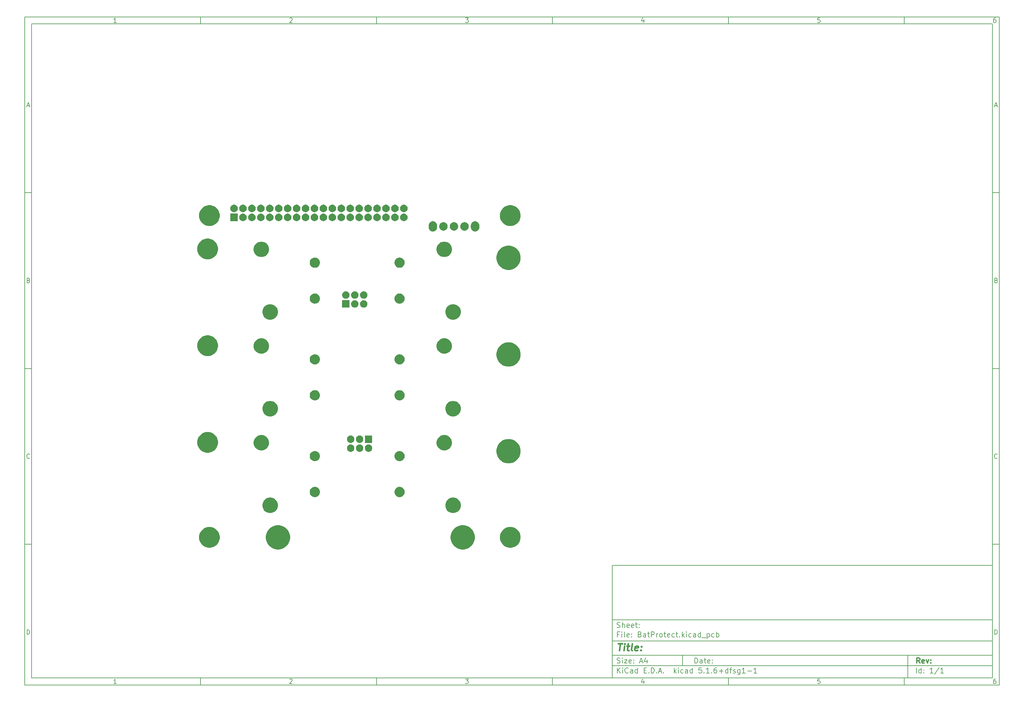
<source format=gbr>
G04 #@! TF.GenerationSoftware,KiCad,Pcbnew,5.1.6+dfsg1-1*
G04 #@! TF.CreationDate,2021-04-29T08:47:55+10:00*
G04 #@! TF.ProjectId,BatProtect,42617450-726f-4746-9563-742e6b696361,rev?*
G04 #@! TF.SameCoordinates,Original*
G04 #@! TF.FileFunction,Soldermask,Bot*
G04 #@! TF.FilePolarity,Negative*
%FSLAX45Y45*%
G04 Gerber Fmt 4.5, Leading zero omitted, Abs format (unit mm)*
G04 Created by KiCad (PCBNEW 5.1.6+dfsg1-1) date 2021-04-29 08:47:55*
%MOMM*%
%LPD*%
G01*
G04 APERTURE LIST*
%ADD10C,0.100000*%
%ADD11C,0.150000*%
%ADD12C,0.300000*%
%ADD13C,0.400000*%
G04 APERTURE END LIST*
D10*
D11*
X17700220Y-16600720D02*
X17700220Y-19800720D01*
X28500220Y-19800720D01*
X28500220Y-16600720D01*
X17700220Y-16600720D01*
D10*
D11*
X1000000Y-1000000D02*
X1000000Y-20000720D01*
X28700220Y-20000720D01*
X28700220Y-1000000D01*
X1000000Y-1000000D01*
D10*
D11*
X1200000Y-1200000D02*
X1200000Y-19800720D01*
X28500220Y-19800720D01*
X28500220Y-1200000D01*
X1200000Y-1200000D01*
D10*
D11*
X6000000Y-1200000D02*
X6000000Y-1000000D01*
D10*
D11*
X11000000Y-1200000D02*
X11000000Y-1000000D01*
D10*
D11*
X16000000Y-1200000D02*
X16000000Y-1000000D01*
D10*
D11*
X21000000Y-1200000D02*
X21000000Y-1000000D01*
D10*
D11*
X26000000Y-1200000D02*
X26000000Y-1000000D01*
D10*
D11*
X3606548Y-1158810D02*
X3532262Y-1158810D01*
X3569405Y-1158810D02*
X3569405Y-1028809D01*
X3557024Y-1047381D01*
X3544643Y-1059762D01*
X3532262Y-1065952D01*
D10*
D11*
X8532262Y-1041190D02*
X8538452Y-1035000D01*
X8550833Y-1028809D01*
X8581786Y-1028809D01*
X8594167Y-1035000D01*
X8600357Y-1041190D01*
X8606548Y-1053571D01*
X8606548Y-1065952D01*
X8600357Y-1084524D01*
X8526071Y-1158810D01*
X8606548Y-1158810D01*
D10*
D11*
X13526071Y-1028809D02*
X13606548Y-1028809D01*
X13563214Y-1078333D01*
X13581786Y-1078333D01*
X13594167Y-1084524D01*
X13600357Y-1090714D01*
X13606548Y-1103095D01*
X13606548Y-1134048D01*
X13600357Y-1146429D01*
X13594167Y-1152619D01*
X13581786Y-1158810D01*
X13544643Y-1158810D01*
X13532262Y-1152619D01*
X13526071Y-1146429D01*
D10*
D11*
X18594167Y-1072143D02*
X18594167Y-1158810D01*
X18563214Y-1022619D02*
X18532262Y-1115476D01*
X18612738Y-1115476D01*
D10*
D11*
X23600357Y-1028809D02*
X23538452Y-1028809D01*
X23532262Y-1090714D01*
X23538452Y-1084524D01*
X23550833Y-1078333D01*
X23581786Y-1078333D01*
X23594167Y-1084524D01*
X23600357Y-1090714D01*
X23606548Y-1103095D01*
X23606548Y-1134048D01*
X23600357Y-1146429D01*
X23594167Y-1152619D01*
X23581786Y-1158810D01*
X23550833Y-1158810D01*
X23538452Y-1152619D01*
X23532262Y-1146429D01*
D10*
D11*
X28594167Y-1028809D02*
X28569405Y-1028809D01*
X28557024Y-1035000D01*
X28550833Y-1041190D01*
X28538452Y-1059762D01*
X28532262Y-1084524D01*
X28532262Y-1134048D01*
X28538452Y-1146429D01*
X28544643Y-1152619D01*
X28557024Y-1158810D01*
X28581786Y-1158810D01*
X28594167Y-1152619D01*
X28600357Y-1146429D01*
X28606548Y-1134048D01*
X28606548Y-1103095D01*
X28600357Y-1090714D01*
X28594167Y-1084524D01*
X28581786Y-1078333D01*
X28557024Y-1078333D01*
X28544643Y-1084524D01*
X28538452Y-1090714D01*
X28532262Y-1103095D01*
D10*
D11*
X6000000Y-19800720D02*
X6000000Y-20000720D01*
D10*
D11*
X11000000Y-19800720D02*
X11000000Y-20000720D01*
D10*
D11*
X16000000Y-19800720D02*
X16000000Y-20000720D01*
D10*
D11*
X21000000Y-19800720D02*
X21000000Y-20000720D01*
D10*
D11*
X26000000Y-19800720D02*
X26000000Y-20000720D01*
D10*
D11*
X3606548Y-19959530D02*
X3532262Y-19959530D01*
X3569405Y-19959530D02*
X3569405Y-19829530D01*
X3557024Y-19848101D01*
X3544643Y-19860482D01*
X3532262Y-19866672D01*
D10*
D11*
X8532262Y-19841910D02*
X8538452Y-19835720D01*
X8550833Y-19829530D01*
X8581786Y-19829530D01*
X8594167Y-19835720D01*
X8600357Y-19841910D01*
X8606548Y-19854291D01*
X8606548Y-19866672D01*
X8600357Y-19885244D01*
X8526071Y-19959530D01*
X8606548Y-19959530D01*
D10*
D11*
X13526071Y-19829530D02*
X13606548Y-19829530D01*
X13563214Y-19879053D01*
X13581786Y-19879053D01*
X13594167Y-19885244D01*
X13600357Y-19891434D01*
X13606548Y-19903815D01*
X13606548Y-19934768D01*
X13600357Y-19947149D01*
X13594167Y-19953339D01*
X13581786Y-19959530D01*
X13544643Y-19959530D01*
X13532262Y-19953339D01*
X13526071Y-19947149D01*
D10*
D11*
X18594167Y-19872863D02*
X18594167Y-19959530D01*
X18563214Y-19823339D02*
X18532262Y-19916196D01*
X18612738Y-19916196D01*
D10*
D11*
X23600357Y-19829530D02*
X23538452Y-19829530D01*
X23532262Y-19891434D01*
X23538452Y-19885244D01*
X23550833Y-19879053D01*
X23581786Y-19879053D01*
X23594167Y-19885244D01*
X23600357Y-19891434D01*
X23606548Y-19903815D01*
X23606548Y-19934768D01*
X23600357Y-19947149D01*
X23594167Y-19953339D01*
X23581786Y-19959530D01*
X23550833Y-19959530D01*
X23538452Y-19953339D01*
X23532262Y-19947149D01*
D10*
D11*
X28594167Y-19829530D02*
X28569405Y-19829530D01*
X28557024Y-19835720D01*
X28550833Y-19841910D01*
X28538452Y-19860482D01*
X28532262Y-19885244D01*
X28532262Y-19934768D01*
X28538452Y-19947149D01*
X28544643Y-19953339D01*
X28557024Y-19959530D01*
X28581786Y-19959530D01*
X28594167Y-19953339D01*
X28600357Y-19947149D01*
X28606548Y-19934768D01*
X28606548Y-19903815D01*
X28600357Y-19891434D01*
X28594167Y-19885244D01*
X28581786Y-19879053D01*
X28557024Y-19879053D01*
X28544643Y-19885244D01*
X28538452Y-19891434D01*
X28532262Y-19903815D01*
D10*
D11*
X1000000Y-6000000D02*
X1200000Y-6000000D01*
D10*
D11*
X1000000Y-11000000D02*
X1200000Y-11000000D01*
D10*
D11*
X1000000Y-16000000D02*
X1200000Y-16000000D01*
D10*
D11*
X1069048Y-3521667D02*
X1130952Y-3521667D01*
X1056667Y-3558809D02*
X1100000Y-3428809D01*
X1143333Y-3558809D01*
D10*
D11*
X1109286Y-8490714D02*
X1127857Y-8496905D01*
X1134048Y-8503095D01*
X1140238Y-8515476D01*
X1140238Y-8534048D01*
X1134048Y-8546429D01*
X1127857Y-8552619D01*
X1115476Y-8558810D01*
X1065952Y-8558810D01*
X1065952Y-8428810D01*
X1109286Y-8428810D01*
X1121667Y-8435000D01*
X1127857Y-8441190D01*
X1134048Y-8453571D01*
X1134048Y-8465952D01*
X1127857Y-8478333D01*
X1121667Y-8484524D01*
X1109286Y-8490714D01*
X1065952Y-8490714D01*
D10*
D11*
X1140238Y-13546428D02*
X1134048Y-13552619D01*
X1115476Y-13558809D01*
X1103095Y-13558809D01*
X1084524Y-13552619D01*
X1072143Y-13540238D01*
X1065952Y-13527857D01*
X1059762Y-13503095D01*
X1059762Y-13484524D01*
X1065952Y-13459762D01*
X1072143Y-13447381D01*
X1084524Y-13435000D01*
X1103095Y-13428809D01*
X1115476Y-13428809D01*
X1134048Y-13435000D01*
X1140238Y-13441190D01*
D10*
D11*
X1065952Y-18558810D02*
X1065952Y-18428810D01*
X1096905Y-18428810D01*
X1115476Y-18435000D01*
X1127857Y-18447381D01*
X1134048Y-18459762D01*
X1140238Y-18484524D01*
X1140238Y-18503095D01*
X1134048Y-18527857D01*
X1127857Y-18540238D01*
X1115476Y-18552619D01*
X1096905Y-18558810D01*
X1065952Y-18558810D01*
D10*
D11*
X28700220Y-6000000D02*
X28500220Y-6000000D01*
D10*
D11*
X28700220Y-11000000D02*
X28500220Y-11000000D01*
D10*
D11*
X28700220Y-16000000D02*
X28500220Y-16000000D01*
D10*
D11*
X28569268Y-3521667D02*
X28631172Y-3521667D01*
X28556887Y-3558809D02*
X28600220Y-3428809D01*
X28643553Y-3558809D01*
D10*
D11*
X28609506Y-8490714D02*
X28628077Y-8496905D01*
X28634268Y-8503095D01*
X28640458Y-8515476D01*
X28640458Y-8534048D01*
X28634268Y-8546429D01*
X28628077Y-8552619D01*
X28615696Y-8558810D01*
X28566172Y-8558810D01*
X28566172Y-8428810D01*
X28609506Y-8428810D01*
X28621887Y-8435000D01*
X28628077Y-8441190D01*
X28634268Y-8453571D01*
X28634268Y-8465952D01*
X28628077Y-8478333D01*
X28621887Y-8484524D01*
X28609506Y-8490714D01*
X28566172Y-8490714D01*
D10*
D11*
X28640458Y-13546428D02*
X28634268Y-13552619D01*
X28615696Y-13558809D01*
X28603315Y-13558809D01*
X28584744Y-13552619D01*
X28572363Y-13540238D01*
X28566172Y-13527857D01*
X28559982Y-13503095D01*
X28559982Y-13484524D01*
X28566172Y-13459762D01*
X28572363Y-13447381D01*
X28584744Y-13435000D01*
X28603315Y-13428809D01*
X28615696Y-13428809D01*
X28634268Y-13435000D01*
X28640458Y-13441190D01*
D10*
D11*
X28566172Y-18558810D02*
X28566172Y-18428810D01*
X28597125Y-18428810D01*
X28615696Y-18435000D01*
X28628077Y-18447381D01*
X28634268Y-18459762D01*
X28640458Y-18484524D01*
X28640458Y-18503095D01*
X28634268Y-18527857D01*
X28628077Y-18540238D01*
X28615696Y-18552619D01*
X28597125Y-18558810D01*
X28566172Y-18558810D01*
D10*
D11*
X20043434Y-19378577D02*
X20043434Y-19228577D01*
X20079149Y-19228577D01*
X20100577Y-19235720D01*
X20114863Y-19250006D01*
X20122006Y-19264291D01*
X20129149Y-19292863D01*
X20129149Y-19314291D01*
X20122006Y-19342863D01*
X20114863Y-19357149D01*
X20100577Y-19371434D01*
X20079149Y-19378577D01*
X20043434Y-19378577D01*
X20257720Y-19378577D02*
X20257720Y-19300006D01*
X20250577Y-19285720D01*
X20236291Y-19278577D01*
X20207720Y-19278577D01*
X20193434Y-19285720D01*
X20257720Y-19371434D02*
X20243434Y-19378577D01*
X20207720Y-19378577D01*
X20193434Y-19371434D01*
X20186291Y-19357149D01*
X20186291Y-19342863D01*
X20193434Y-19328577D01*
X20207720Y-19321434D01*
X20243434Y-19321434D01*
X20257720Y-19314291D01*
X20307720Y-19278577D02*
X20364863Y-19278577D01*
X20329149Y-19228577D02*
X20329149Y-19357149D01*
X20336291Y-19371434D01*
X20350577Y-19378577D01*
X20364863Y-19378577D01*
X20472006Y-19371434D02*
X20457720Y-19378577D01*
X20429149Y-19378577D01*
X20414863Y-19371434D01*
X20407720Y-19357149D01*
X20407720Y-19300006D01*
X20414863Y-19285720D01*
X20429149Y-19278577D01*
X20457720Y-19278577D01*
X20472006Y-19285720D01*
X20479149Y-19300006D01*
X20479149Y-19314291D01*
X20407720Y-19328577D01*
X20543434Y-19364291D02*
X20550577Y-19371434D01*
X20543434Y-19378577D01*
X20536291Y-19371434D01*
X20543434Y-19364291D01*
X20543434Y-19378577D01*
X20543434Y-19285720D02*
X20550577Y-19292863D01*
X20543434Y-19300006D01*
X20536291Y-19292863D01*
X20543434Y-19285720D01*
X20543434Y-19300006D01*
D10*
D11*
X17700220Y-19450720D02*
X28500220Y-19450720D01*
D10*
D11*
X17843434Y-19658577D02*
X17843434Y-19508577D01*
X17929149Y-19658577D02*
X17864863Y-19572863D01*
X17929149Y-19508577D02*
X17843434Y-19594291D01*
X17993434Y-19658577D02*
X17993434Y-19558577D01*
X17993434Y-19508577D02*
X17986291Y-19515720D01*
X17993434Y-19522863D01*
X18000577Y-19515720D01*
X17993434Y-19508577D01*
X17993434Y-19522863D01*
X18150577Y-19644291D02*
X18143434Y-19651434D01*
X18122006Y-19658577D01*
X18107720Y-19658577D01*
X18086291Y-19651434D01*
X18072006Y-19637149D01*
X18064863Y-19622863D01*
X18057720Y-19594291D01*
X18057720Y-19572863D01*
X18064863Y-19544291D01*
X18072006Y-19530006D01*
X18086291Y-19515720D01*
X18107720Y-19508577D01*
X18122006Y-19508577D01*
X18143434Y-19515720D01*
X18150577Y-19522863D01*
X18279149Y-19658577D02*
X18279149Y-19580006D01*
X18272006Y-19565720D01*
X18257720Y-19558577D01*
X18229149Y-19558577D01*
X18214863Y-19565720D01*
X18279149Y-19651434D02*
X18264863Y-19658577D01*
X18229149Y-19658577D01*
X18214863Y-19651434D01*
X18207720Y-19637149D01*
X18207720Y-19622863D01*
X18214863Y-19608577D01*
X18229149Y-19601434D01*
X18264863Y-19601434D01*
X18279149Y-19594291D01*
X18414863Y-19658577D02*
X18414863Y-19508577D01*
X18414863Y-19651434D02*
X18400577Y-19658577D01*
X18372006Y-19658577D01*
X18357720Y-19651434D01*
X18350577Y-19644291D01*
X18343434Y-19630006D01*
X18343434Y-19587149D01*
X18350577Y-19572863D01*
X18357720Y-19565720D01*
X18372006Y-19558577D01*
X18400577Y-19558577D01*
X18414863Y-19565720D01*
X18600577Y-19580006D02*
X18650577Y-19580006D01*
X18672006Y-19658577D02*
X18600577Y-19658577D01*
X18600577Y-19508577D01*
X18672006Y-19508577D01*
X18736291Y-19644291D02*
X18743434Y-19651434D01*
X18736291Y-19658577D01*
X18729149Y-19651434D01*
X18736291Y-19644291D01*
X18736291Y-19658577D01*
X18807720Y-19658577D02*
X18807720Y-19508577D01*
X18843434Y-19508577D01*
X18864863Y-19515720D01*
X18879149Y-19530006D01*
X18886291Y-19544291D01*
X18893434Y-19572863D01*
X18893434Y-19594291D01*
X18886291Y-19622863D01*
X18879149Y-19637149D01*
X18864863Y-19651434D01*
X18843434Y-19658577D01*
X18807720Y-19658577D01*
X18957720Y-19644291D02*
X18964863Y-19651434D01*
X18957720Y-19658577D01*
X18950577Y-19651434D01*
X18957720Y-19644291D01*
X18957720Y-19658577D01*
X19022006Y-19615720D02*
X19093434Y-19615720D01*
X19007720Y-19658577D02*
X19057720Y-19508577D01*
X19107720Y-19658577D01*
X19157720Y-19644291D02*
X19164863Y-19651434D01*
X19157720Y-19658577D01*
X19150577Y-19651434D01*
X19157720Y-19644291D01*
X19157720Y-19658577D01*
X19457720Y-19658577D02*
X19457720Y-19508577D01*
X19472006Y-19601434D02*
X19514863Y-19658577D01*
X19514863Y-19558577D02*
X19457720Y-19615720D01*
X19579149Y-19658577D02*
X19579149Y-19558577D01*
X19579149Y-19508577D02*
X19572006Y-19515720D01*
X19579149Y-19522863D01*
X19586291Y-19515720D01*
X19579149Y-19508577D01*
X19579149Y-19522863D01*
X19714863Y-19651434D02*
X19700577Y-19658577D01*
X19672006Y-19658577D01*
X19657720Y-19651434D01*
X19650577Y-19644291D01*
X19643434Y-19630006D01*
X19643434Y-19587149D01*
X19650577Y-19572863D01*
X19657720Y-19565720D01*
X19672006Y-19558577D01*
X19700577Y-19558577D01*
X19714863Y-19565720D01*
X19843434Y-19658577D02*
X19843434Y-19580006D01*
X19836291Y-19565720D01*
X19822006Y-19558577D01*
X19793434Y-19558577D01*
X19779149Y-19565720D01*
X19843434Y-19651434D02*
X19829149Y-19658577D01*
X19793434Y-19658577D01*
X19779149Y-19651434D01*
X19772006Y-19637149D01*
X19772006Y-19622863D01*
X19779149Y-19608577D01*
X19793434Y-19601434D01*
X19829149Y-19601434D01*
X19843434Y-19594291D01*
X19979149Y-19658577D02*
X19979149Y-19508577D01*
X19979149Y-19651434D02*
X19964863Y-19658577D01*
X19936291Y-19658577D01*
X19922006Y-19651434D01*
X19914863Y-19644291D01*
X19907720Y-19630006D01*
X19907720Y-19587149D01*
X19914863Y-19572863D01*
X19922006Y-19565720D01*
X19936291Y-19558577D01*
X19964863Y-19558577D01*
X19979149Y-19565720D01*
X20236291Y-19508577D02*
X20164863Y-19508577D01*
X20157720Y-19580006D01*
X20164863Y-19572863D01*
X20179149Y-19565720D01*
X20214863Y-19565720D01*
X20229149Y-19572863D01*
X20236291Y-19580006D01*
X20243434Y-19594291D01*
X20243434Y-19630006D01*
X20236291Y-19644291D01*
X20229149Y-19651434D01*
X20214863Y-19658577D01*
X20179149Y-19658577D01*
X20164863Y-19651434D01*
X20157720Y-19644291D01*
X20307720Y-19644291D02*
X20314863Y-19651434D01*
X20307720Y-19658577D01*
X20300577Y-19651434D01*
X20307720Y-19644291D01*
X20307720Y-19658577D01*
X20457720Y-19658577D02*
X20372006Y-19658577D01*
X20414863Y-19658577D02*
X20414863Y-19508577D01*
X20400577Y-19530006D01*
X20386291Y-19544291D01*
X20372006Y-19551434D01*
X20522006Y-19644291D02*
X20529149Y-19651434D01*
X20522006Y-19658577D01*
X20514863Y-19651434D01*
X20522006Y-19644291D01*
X20522006Y-19658577D01*
X20657720Y-19508577D02*
X20629149Y-19508577D01*
X20614863Y-19515720D01*
X20607720Y-19522863D01*
X20593434Y-19544291D01*
X20586291Y-19572863D01*
X20586291Y-19630006D01*
X20593434Y-19644291D01*
X20600577Y-19651434D01*
X20614863Y-19658577D01*
X20643434Y-19658577D01*
X20657720Y-19651434D01*
X20664863Y-19644291D01*
X20672006Y-19630006D01*
X20672006Y-19594291D01*
X20664863Y-19580006D01*
X20657720Y-19572863D01*
X20643434Y-19565720D01*
X20614863Y-19565720D01*
X20600577Y-19572863D01*
X20593434Y-19580006D01*
X20586291Y-19594291D01*
X20736291Y-19601434D02*
X20850577Y-19601434D01*
X20793434Y-19658577D02*
X20793434Y-19544291D01*
X20986291Y-19658577D02*
X20986291Y-19508577D01*
X20986291Y-19651434D02*
X20972006Y-19658577D01*
X20943434Y-19658577D01*
X20929149Y-19651434D01*
X20922006Y-19644291D01*
X20914863Y-19630006D01*
X20914863Y-19587149D01*
X20922006Y-19572863D01*
X20929149Y-19565720D01*
X20943434Y-19558577D01*
X20972006Y-19558577D01*
X20986291Y-19565720D01*
X21036291Y-19558577D02*
X21093434Y-19558577D01*
X21057720Y-19658577D02*
X21057720Y-19530006D01*
X21064863Y-19515720D01*
X21079149Y-19508577D01*
X21093434Y-19508577D01*
X21136291Y-19651434D02*
X21150577Y-19658577D01*
X21179149Y-19658577D01*
X21193434Y-19651434D01*
X21200577Y-19637149D01*
X21200577Y-19630006D01*
X21193434Y-19615720D01*
X21179149Y-19608577D01*
X21157720Y-19608577D01*
X21143434Y-19601434D01*
X21136291Y-19587149D01*
X21136291Y-19580006D01*
X21143434Y-19565720D01*
X21157720Y-19558577D01*
X21179149Y-19558577D01*
X21193434Y-19565720D01*
X21329149Y-19558577D02*
X21329149Y-19680006D01*
X21322006Y-19694291D01*
X21314863Y-19701434D01*
X21300577Y-19708577D01*
X21279149Y-19708577D01*
X21264863Y-19701434D01*
X21329149Y-19651434D02*
X21314863Y-19658577D01*
X21286291Y-19658577D01*
X21272006Y-19651434D01*
X21264863Y-19644291D01*
X21257720Y-19630006D01*
X21257720Y-19587149D01*
X21264863Y-19572863D01*
X21272006Y-19565720D01*
X21286291Y-19558577D01*
X21314863Y-19558577D01*
X21329149Y-19565720D01*
X21479149Y-19658577D02*
X21393434Y-19658577D01*
X21436291Y-19658577D02*
X21436291Y-19508577D01*
X21422006Y-19530006D01*
X21407720Y-19544291D01*
X21393434Y-19551434D01*
X21543434Y-19601434D02*
X21657720Y-19601434D01*
X21807720Y-19658577D02*
X21722006Y-19658577D01*
X21764863Y-19658577D02*
X21764863Y-19508577D01*
X21750577Y-19530006D01*
X21736291Y-19544291D01*
X21722006Y-19551434D01*
D10*
D11*
X17700220Y-19150720D02*
X28500220Y-19150720D01*
D10*
D12*
X26441148Y-19378577D02*
X26391148Y-19307149D01*
X26355434Y-19378577D02*
X26355434Y-19228577D01*
X26412577Y-19228577D01*
X26426863Y-19235720D01*
X26434006Y-19242863D01*
X26441148Y-19257149D01*
X26441148Y-19278577D01*
X26434006Y-19292863D01*
X26426863Y-19300006D01*
X26412577Y-19307149D01*
X26355434Y-19307149D01*
X26562577Y-19371434D02*
X26548291Y-19378577D01*
X26519720Y-19378577D01*
X26505434Y-19371434D01*
X26498291Y-19357149D01*
X26498291Y-19300006D01*
X26505434Y-19285720D01*
X26519720Y-19278577D01*
X26548291Y-19278577D01*
X26562577Y-19285720D01*
X26569720Y-19300006D01*
X26569720Y-19314291D01*
X26498291Y-19328577D01*
X26619720Y-19278577D02*
X26655434Y-19378577D01*
X26691148Y-19278577D01*
X26748291Y-19364291D02*
X26755434Y-19371434D01*
X26748291Y-19378577D01*
X26741148Y-19371434D01*
X26748291Y-19364291D01*
X26748291Y-19378577D01*
X26748291Y-19285720D02*
X26755434Y-19292863D01*
X26748291Y-19300006D01*
X26741148Y-19292863D01*
X26748291Y-19285720D01*
X26748291Y-19300006D01*
D10*
D11*
X17836291Y-19371434D02*
X17857720Y-19378577D01*
X17893434Y-19378577D01*
X17907720Y-19371434D01*
X17914863Y-19364291D01*
X17922006Y-19350006D01*
X17922006Y-19335720D01*
X17914863Y-19321434D01*
X17907720Y-19314291D01*
X17893434Y-19307149D01*
X17864863Y-19300006D01*
X17850577Y-19292863D01*
X17843434Y-19285720D01*
X17836291Y-19271434D01*
X17836291Y-19257149D01*
X17843434Y-19242863D01*
X17850577Y-19235720D01*
X17864863Y-19228577D01*
X17900577Y-19228577D01*
X17922006Y-19235720D01*
X17986291Y-19378577D02*
X17986291Y-19278577D01*
X17986291Y-19228577D02*
X17979149Y-19235720D01*
X17986291Y-19242863D01*
X17993434Y-19235720D01*
X17986291Y-19228577D01*
X17986291Y-19242863D01*
X18043434Y-19278577D02*
X18122006Y-19278577D01*
X18043434Y-19378577D01*
X18122006Y-19378577D01*
X18236291Y-19371434D02*
X18222006Y-19378577D01*
X18193434Y-19378577D01*
X18179149Y-19371434D01*
X18172006Y-19357149D01*
X18172006Y-19300006D01*
X18179149Y-19285720D01*
X18193434Y-19278577D01*
X18222006Y-19278577D01*
X18236291Y-19285720D01*
X18243434Y-19300006D01*
X18243434Y-19314291D01*
X18172006Y-19328577D01*
X18307720Y-19364291D02*
X18314863Y-19371434D01*
X18307720Y-19378577D01*
X18300577Y-19371434D01*
X18307720Y-19364291D01*
X18307720Y-19378577D01*
X18307720Y-19285720D02*
X18314863Y-19292863D01*
X18307720Y-19300006D01*
X18300577Y-19292863D01*
X18307720Y-19285720D01*
X18307720Y-19300006D01*
X18486291Y-19335720D02*
X18557720Y-19335720D01*
X18472006Y-19378577D02*
X18522006Y-19228577D01*
X18572006Y-19378577D01*
X18686291Y-19278577D02*
X18686291Y-19378577D01*
X18650577Y-19221434D02*
X18614863Y-19328577D01*
X18707720Y-19328577D01*
D10*
D11*
X26343434Y-19658577D02*
X26343434Y-19508577D01*
X26479148Y-19658577D02*
X26479148Y-19508577D01*
X26479148Y-19651434D02*
X26464863Y-19658577D01*
X26436291Y-19658577D01*
X26422006Y-19651434D01*
X26414863Y-19644291D01*
X26407720Y-19630006D01*
X26407720Y-19587149D01*
X26414863Y-19572863D01*
X26422006Y-19565720D01*
X26436291Y-19558577D01*
X26464863Y-19558577D01*
X26479148Y-19565720D01*
X26550577Y-19644291D02*
X26557720Y-19651434D01*
X26550577Y-19658577D01*
X26543434Y-19651434D01*
X26550577Y-19644291D01*
X26550577Y-19658577D01*
X26550577Y-19565720D02*
X26557720Y-19572863D01*
X26550577Y-19580006D01*
X26543434Y-19572863D01*
X26550577Y-19565720D01*
X26550577Y-19580006D01*
X26814863Y-19658577D02*
X26729148Y-19658577D01*
X26772006Y-19658577D02*
X26772006Y-19508577D01*
X26757720Y-19530006D01*
X26743434Y-19544291D01*
X26729148Y-19551434D01*
X26986291Y-19501434D02*
X26857720Y-19694291D01*
X27114863Y-19658577D02*
X27029148Y-19658577D01*
X27072006Y-19658577D02*
X27072006Y-19508577D01*
X27057720Y-19530006D01*
X27043434Y-19544291D01*
X27029148Y-19551434D01*
D10*
D11*
X17700220Y-18750720D02*
X28500220Y-18750720D01*
D10*
D13*
X17871458Y-18821196D02*
X17985744Y-18821196D01*
X17903601Y-19021196D02*
X17928601Y-18821196D01*
X18027410Y-19021196D02*
X18044077Y-18887863D01*
X18052410Y-18821196D02*
X18041696Y-18830720D01*
X18050030Y-18840244D01*
X18060744Y-18830720D01*
X18052410Y-18821196D01*
X18050030Y-18840244D01*
X18110744Y-18887863D02*
X18186934Y-18887863D01*
X18147649Y-18821196D02*
X18126220Y-18992625D01*
X18133363Y-19011672D01*
X18151220Y-19021196D01*
X18170268Y-19021196D01*
X18265506Y-19021196D02*
X18247649Y-19011672D01*
X18240506Y-18992625D01*
X18261934Y-18821196D01*
X18419077Y-19011672D02*
X18398839Y-19021196D01*
X18360744Y-19021196D01*
X18342887Y-19011672D01*
X18335744Y-18992625D01*
X18345268Y-18916434D01*
X18357172Y-18897387D01*
X18377410Y-18887863D01*
X18415506Y-18887863D01*
X18433363Y-18897387D01*
X18440506Y-18916434D01*
X18438125Y-18935482D01*
X18340506Y-18954530D01*
X18515506Y-19002149D02*
X18523839Y-19011672D01*
X18513125Y-19021196D01*
X18504791Y-19011672D01*
X18515506Y-19002149D01*
X18513125Y-19021196D01*
X18528601Y-18897387D02*
X18536934Y-18906910D01*
X18526220Y-18916434D01*
X18517887Y-18906910D01*
X18528601Y-18897387D01*
X18526220Y-18916434D01*
D10*
D11*
X17893434Y-18560006D02*
X17843434Y-18560006D01*
X17843434Y-18638577D02*
X17843434Y-18488577D01*
X17914863Y-18488577D01*
X17972006Y-18638577D02*
X17972006Y-18538577D01*
X17972006Y-18488577D02*
X17964863Y-18495720D01*
X17972006Y-18502863D01*
X17979149Y-18495720D01*
X17972006Y-18488577D01*
X17972006Y-18502863D01*
X18064863Y-18638577D02*
X18050577Y-18631434D01*
X18043434Y-18617149D01*
X18043434Y-18488577D01*
X18179149Y-18631434D02*
X18164863Y-18638577D01*
X18136291Y-18638577D01*
X18122006Y-18631434D01*
X18114863Y-18617149D01*
X18114863Y-18560006D01*
X18122006Y-18545720D01*
X18136291Y-18538577D01*
X18164863Y-18538577D01*
X18179149Y-18545720D01*
X18186291Y-18560006D01*
X18186291Y-18574291D01*
X18114863Y-18588577D01*
X18250577Y-18624291D02*
X18257720Y-18631434D01*
X18250577Y-18638577D01*
X18243434Y-18631434D01*
X18250577Y-18624291D01*
X18250577Y-18638577D01*
X18250577Y-18545720D02*
X18257720Y-18552863D01*
X18250577Y-18560006D01*
X18243434Y-18552863D01*
X18250577Y-18545720D01*
X18250577Y-18560006D01*
X18486291Y-18560006D02*
X18507720Y-18567149D01*
X18514863Y-18574291D01*
X18522006Y-18588577D01*
X18522006Y-18610006D01*
X18514863Y-18624291D01*
X18507720Y-18631434D01*
X18493434Y-18638577D01*
X18436291Y-18638577D01*
X18436291Y-18488577D01*
X18486291Y-18488577D01*
X18500577Y-18495720D01*
X18507720Y-18502863D01*
X18514863Y-18517149D01*
X18514863Y-18531434D01*
X18507720Y-18545720D01*
X18500577Y-18552863D01*
X18486291Y-18560006D01*
X18436291Y-18560006D01*
X18650577Y-18638577D02*
X18650577Y-18560006D01*
X18643434Y-18545720D01*
X18629149Y-18538577D01*
X18600577Y-18538577D01*
X18586291Y-18545720D01*
X18650577Y-18631434D02*
X18636291Y-18638577D01*
X18600577Y-18638577D01*
X18586291Y-18631434D01*
X18579149Y-18617149D01*
X18579149Y-18602863D01*
X18586291Y-18588577D01*
X18600577Y-18581434D01*
X18636291Y-18581434D01*
X18650577Y-18574291D01*
X18700577Y-18538577D02*
X18757720Y-18538577D01*
X18722006Y-18488577D02*
X18722006Y-18617149D01*
X18729149Y-18631434D01*
X18743434Y-18638577D01*
X18757720Y-18638577D01*
X18807720Y-18638577D02*
X18807720Y-18488577D01*
X18864863Y-18488577D01*
X18879149Y-18495720D01*
X18886291Y-18502863D01*
X18893434Y-18517149D01*
X18893434Y-18538577D01*
X18886291Y-18552863D01*
X18879149Y-18560006D01*
X18864863Y-18567149D01*
X18807720Y-18567149D01*
X18957720Y-18638577D02*
X18957720Y-18538577D01*
X18957720Y-18567149D02*
X18964863Y-18552863D01*
X18972006Y-18545720D01*
X18986291Y-18538577D01*
X19000577Y-18538577D01*
X19072006Y-18638577D02*
X19057720Y-18631434D01*
X19050577Y-18624291D01*
X19043434Y-18610006D01*
X19043434Y-18567149D01*
X19050577Y-18552863D01*
X19057720Y-18545720D01*
X19072006Y-18538577D01*
X19093434Y-18538577D01*
X19107720Y-18545720D01*
X19114863Y-18552863D01*
X19122006Y-18567149D01*
X19122006Y-18610006D01*
X19114863Y-18624291D01*
X19107720Y-18631434D01*
X19093434Y-18638577D01*
X19072006Y-18638577D01*
X19164863Y-18538577D02*
X19222006Y-18538577D01*
X19186291Y-18488577D02*
X19186291Y-18617149D01*
X19193434Y-18631434D01*
X19207720Y-18638577D01*
X19222006Y-18638577D01*
X19329149Y-18631434D02*
X19314863Y-18638577D01*
X19286291Y-18638577D01*
X19272006Y-18631434D01*
X19264863Y-18617149D01*
X19264863Y-18560006D01*
X19272006Y-18545720D01*
X19286291Y-18538577D01*
X19314863Y-18538577D01*
X19329149Y-18545720D01*
X19336291Y-18560006D01*
X19336291Y-18574291D01*
X19264863Y-18588577D01*
X19464863Y-18631434D02*
X19450577Y-18638577D01*
X19422006Y-18638577D01*
X19407720Y-18631434D01*
X19400577Y-18624291D01*
X19393434Y-18610006D01*
X19393434Y-18567149D01*
X19400577Y-18552863D01*
X19407720Y-18545720D01*
X19422006Y-18538577D01*
X19450577Y-18538577D01*
X19464863Y-18545720D01*
X19507720Y-18538577D02*
X19564863Y-18538577D01*
X19529149Y-18488577D02*
X19529149Y-18617149D01*
X19536291Y-18631434D01*
X19550577Y-18638577D01*
X19564863Y-18638577D01*
X19614863Y-18624291D02*
X19622006Y-18631434D01*
X19614863Y-18638577D01*
X19607720Y-18631434D01*
X19614863Y-18624291D01*
X19614863Y-18638577D01*
X19686291Y-18638577D02*
X19686291Y-18488577D01*
X19700577Y-18581434D02*
X19743434Y-18638577D01*
X19743434Y-18538577D02*
X19686291Y-18595720D01*
X19807720Y-18638577D02*
X19807720Y-18538577D01*
X19807720Y-18488577D02*
X19800577Y-18495720D01*
X19807720Y-18502863D01*
X19814863Y-18495720D01*
X19807720Y-18488577D01*
X19807720Y-18502863D01*
X19943434Y-18631434D02*
X19929149Y-18638577D01*
X19900577Y-18638577D01*
X19886291Y-18631434D01*
X19879149Y-18624291D01*
X19872006Y-18610006D01*
X19872006Y-18567149D01*
X19879149Y-18552863D01*
X19886291Y-18545720D01*
X19900577Y-18538577D01*
X19929149Y-18538577D01*
X19943434Y-18545720D01*
X20072006Y-18638577D02*
X20072006Y-18560006D01*
X20064863Y-18545720D01*
X20050577Y-18538577D01*
X20022006Y-18538577D01*
X20007720Y-18545720D01*
X20072006Y-18631434D02*
X20057720Y-18638577D01*
X20022006Y-18638577D01*
X20007720Y-18631434D01*
X20000577Y-18617149D01*
X20000577Y-18602863D01*
X20007720Y-18588577D01*
X20022006Y-18581434D01*
X20057720Y-18581434D01*
X20072006Y-18574291D01*
X20207720Y-18638577D02*
X20207720Y-18488577D01*
X20207720Y-18631434D02*
X20193434Y-18638577D01*
X20164863Y-18638577D01*
X20150577Y-18631434D01*
X20143434Y-18624291D01*
X20136291Y-18610006D01*
X20136291Y-18567149D01*
X20143434Y-18552863D01*
X20150577Y-18545720D01*
X20164863Y-18538577D01*
X20193434Y-18538577D01*
X20207720Y-18545720D01*
X20243434Y-18652863D02*
X20357720Y-18652863D01*
X20393434Y-18538577D02*
X20393434Y-18688577D01*
X20393434Y-18545720D02*
X20407720Y-18538577D01*
X20436291Y-18538577D01*
X20450577Y-18545720D01*
X20457720Y-18552863D01*
X20464863Y-18567149D01*
X20464863Y-18610006D01*
X20457720Y-18624291D01*
X20450577Y-18631434D01*
X20436291Y-18638577D01*
X20407720Y-18638577D01*
X20393434Y-18631434D01*
X20593434Y-18631434D02*
X20579149Y-18638577D01*
X20550577Y-18638577D01*
X20536291Y-18631434D01*
X20529149Y-18624291D01*
X20522006Y-18610006D01*
X20522006Y-18567149D01*
X20529149Y-18552863D01*
X20536291Y-18545720D01*
X20550577Y-18538577D01*
X20579149Y-18538577D01*
X20593434Y-18545720D01*
X20657720Y-18638577D02*
X20657720Y-18488577D01*
X20657720Y-18545720D02*
X20672006Y-18538577D01*
X20700577Y-18538577D01*
X20714863Y-18545720D01*
X20722006Y-18552863D01*
X20729149Y-18567149D01*
X20729149Y-18610006D01*
X20722006Y-18624291D01*
X20714863Y-18631434D01*
X20700577Y-18638577D01*
X20672006Y-18638577D01*
X20657720Y-18631434D01*
D10*
D11*
X17700220Y-18150720D02*
X28500220Y-18150720D01*
D10*
D11*
X17836291Y-18361434D02*
X17857720Y-18368577D01*
X17893434Y-18368577D01*
X17907720Y-18361434D01*
X17914863Y-18354291D01*
X17922006Y-18340006D01*
X17922006Y-18325720D01*
X17914863Y-18311434D01*
X17907720Y-18304291D01*
X17893434Y-18297149D01*
X17864863Y-18290006D01*
X17850577Y-18282863D01*
X17843434Y-18275720D01*
X17836291Y-18261434D01*
X17836291Y-18247149D01*
X17843434Y-18232863D01*
X17850577Y-18225720D01*
X17864863Y-18218577D01*
X17900577Y-18218577D01*
X17922006Y-18225720D01*
X17986291Y-18368577D02*
X17986291Y-18218577D01*
X18050577Y-18368577D02*
X18050577Y-18290006D01*
X18043434Y-18275720D01*
X18029149Y-18268577D01*
X18007720Y-18268577D01*
X17993434Y-18275720D01*
X17986291Y-18282863D01*
X18179149Y-18361434D02*
X18164863Y-18368577D01*
X18136291Y-18368577D01*
X18122006Y-18361434D01*
X18114863Y-18347149D01*
X18114863Y-18290006D01*
X18122006Y-18275720D01*
X18136291Y-18268577D01*
X18164863Y-18268577D01*
X18179149Y-18275720D01*
X18186291Y-18290006D01*
X18186291Y-18304291D01*
X18114863Y-18318577D01*
X18307720Y-18361434D02*
X18293434Y-18368577D01*
X18264863Y-18368577D01*
X18250577Y-18361434D01*
X18243434Y-18347149D01*
X18243434Y-18290006D01*
X18250577Y-18275720D01*
X18264863Y-18268577D01*
X18293434Y-18268577D01*
X18307720Y-18275720D01*
X18314863Y-18290006D01*
X18314863Y-18304291D01*
X18243434Y-18318577D01*
X18357720Y-18268577D02*
X18414863Y-18268577D01*
X18379149Y-18218577D02*
X18379149Y-18347149D01*
X18386291Y-18361434D01*
X18400577Y-18368577D01*
X18414863Y-18368577D01*
X18464863Y-18354291D02*
X18472006Y-18361434D01*
X18464863Y-18368577D01*
X18457720Y-18361434D01*
X18464863Y-18354291D01*
X18464863Y-18368577D01*
X18464863Y-18275720D02*
X18472006Y-18282863D01*
X18464863Y-18290006D01*
X18457720Y-18282863D01*
X18464863Y-18275720D01*
X18464863Y-18290006D01*
D10*
D11*
X19700220Y-19150720D02*
X19700220Y-19450720D01*
D10*
D11*
X26100220Y-19150720D02*
X26100220Y-19800720D01*
D10*
G36*
X8300633Y-15468258D02*
G01*
X8363419Y-15494265D01*
X8363419Y-15494265D01*
X8419925Y-15532021D01*
X8467979Y-15580075D01*
X8505735Y-15636581D01*
X8505735Y-15636581D01*
X8531742Y-15699367D01*
X8545000Y-15766020D01*
X8545000Y-15833980D01*
X8531742Y-15900633D01*
X8515545Y-15939735D01*
X8505735Y-15963419D01*
X8467979Y-16019925D01*
X8419925Y-16067979D01*
X8363419Y-16105735D01*
X8363419Y-16105735D01*
X8363419Y-16105735D01*
X8300633Y-16131742D01*
X8233980Y-16145000D01*
X8166020Y-16145000D01*
X8099367Y-16131742D01*
X8036581Y-16105735D01*
X8036581Y-16105735D01*
X8036581Y-16105735D01*
X7980075Y-16067979D01*
X7932021Y-16019925D01*
X7894265Y-15963419D01*
X7884455Y-15939735D01*
X7868258Y-15900633D01*
X7855000Y-15833980D01*
X7855000Y-15766020D01*
X7868258Y-15699367D01*
X7894265Y-15636581D01*
X7894265Y-15636581D01*
X7932021Y-15580075D01*
X7980075Y-15532021D01*
X8036581Y-15494265D01*
X8036581Y-15494265D01*
X8099367Y-15468258D01*
X8166020Y-15455000D01*
X8233980Y-15455000D01*
X8300633Y-15468258D01*
G37*
G36*
X13550633Y-15468258D02*
G01*
X13613419Y-15494265D01*
X13613419Y-15494265D01*
X13669925Y-15532021D01*
X13717979Y-15580075D01*
X13755735Y-15636581D01*
X13755735Y-15636581D01*
X13781742Y-15699367D01*
X13795000Y-15766020D01*
X13795000Y-15833980D01*
X13781742Y-15900633D01*
X13765545Y-15939735D01*
X13755735Y-15963419D01*
X13717979Y-16019925D01*
X13669925Y-16067979D01*
X13613419Y-16105735D01*
X13613419Y-16105735D01*
X13613419Y-16105735D01*
X13550633Y-16131742D01*
X13483980Y-16145000D01*
X13416020Y-16145000D01*
X13349367Y-16131742D01*
X13286581Y-16105735D01*
X13286581Y-16105735D01*
X13286581Y-16105735D01*
X13230075Y-16067979D01*
X13182021Y-16019925D01*
X13144265Y-15963419D01*
X13134455Y-15939735D01*
X13118258Y-15900633D01*
X13105000Y-15833980D01*
X13105000Y-15766020D01*
X13118258Y-15699367D01*
X13144265Y-15636581D01*
X13144265Y-15636581D01*
X13182021Y-15580075D01*
X13230075Y-15532021D01*
X13286581Y-15494265D01*
X13286581Y-15494265D01*
X13349367Y-15468258D01*
X13416020Y-15455000D01*
X13483980Y-15455000D01*
X13550633Y-15468258D01*
G37*
G36*
X6336048Y-15516337D02*
G01*
X6389735Y-15538574D01*
X6389735Y-15538574D01*
X6438052Y-15570858D01*
X6479141Y-15611948D01*
X6495601Y-15636581D01*
X6511426Y-15660265D01*
X6533663Y-15713952D01*
X6545000Y-15770945D01*
X6545000Y-15829055D01*
X6533663Y-15886048D01*
X6511426Y-15939735D01*
X6511426Y-15939735D01*
X6479141Y-15988052D01*
X6438052Y-16029141D01*
X6389735Y-16061426D01*
X6389735Y-16061426D01*
X6389735Y-16061426D01*
X6336048Y-16083663D01*
X6279055Y-16095000D01*
X6220945Y-16095000D01*
X6163952Y-16083663D01*
X6110265Y-16061426D01*
X6110265Y-16061426D01*
X6110265Y-16061426D01*
X6061948Y-16029141D01*
X6020858Y-15988052D01*
X5988574Y-15939735D01*
X5988574Y-15939735D01*
X5966337Y-15886048D01*
X5955000Y-15829055D01*
X5955000Y-15770945D01*
X5966337Y-15713952D01*
X5988574Y-15660265D01*
X6004399Y-15636581D01*
X6020858Y-15611948D01*
X6061948Y-15570858D01*
X6110265Y-15538574D01*
X6110265Y-15538574D01*
X6163952Y-15516337D01*
X6220945Y-15505000D01*
X6279055Y-15505000D01*
X6336048Y-15516337D01*
G37*
G36*
X14886048Y-15516337D02*
G01*
X14939735Y-15538574D01*
X14939735Y-15538574D01*
X14988052Y-15570858D01*
X15029141Y-15611948D01*
X15045601Y-15636581D01*
X15061426Y-15660265D01*
X15083663Y-15713952D01*
X15095000Y-15770945D01*
X15095000Y-15829055D01*
X15083663Y-15886048D01*
X15061426Y-15939735D01*
X15061426Y-15939735D01*
X15029141Y-15988052D01*
X14988052Y-16029141D01*
X14939735Y-16061426D01*
X14939735Y-16061426D01*
X14939735Y-16061426D01*
X14886048Y-16083663D01*
X14829055Y-16095000D01*
X14770945Y-16095000D01*
X14713952Y-16083663D01*
X14660265Y-16061426D01*
X14660265Y-16061426D01*
X14660265Y-16061426D01*
X14611948Y-16029141D01*
X14570858Y-15988052D01*
X14538574Y-15939735D01*
X14538574Y-15939735D01*
X14516337Y-15886048D01*
X14505000Y-15829055D01*
X14505000Y-15770945D01*
X14516337Y-15713952D01*
X14538574Y-15660265D01*
X14554399Y-15636581D01*
X14570858Y-15611948D01*
X14611948Y-15570858D01*
X14660265Y-15538574D01*
X14660265Y-15538574D01*
X14713952Y-15516337D01*
X14770945Y-15505000D01*
X14829055Y-15505000D01*
X14886048Y-15516337D01*
G37*
G36*
X13238171Y-14678454D02*
G01*
X13278209Y-14695038D01*
X13278209Y-14695038D01*
X13314242Y-14719115D01*
X13344885Y-14749758D01*
X13368962Y-14785791D01*
X13385546Y-14825828D01*
X13394000Y-14868332D01*
X13394000Y-14911668D01*
X13385546Y-14954171D01*
X13368962Y-14994209D01*
X13368961Y-14994209D01*
X13344885Y-15030242D01*
X13314242Y-15060885D01*
X13278209Y-15084961D01*
X13278209Y-15084962D01*
X13278209Y-15084962D01*
X13238171Y-15101546D01*
X13195668Y-15110000D01*
X13152332Y-15110000D01*
X13109828Y-15101546D01*
X13069791Y-15084962D01*
X13069791Y-15084962D01*
X13069791Y-15084961D01*
X13033758Y-15060885D01*
X13003115Y-15030242D01*
X12979038Y-14994209D01*
X12979038Y-14994209D01*
X12962454Y-14954171D01*
X12954000Y-14911668D01*
X12954000Y-14868332D01*
X12962454Y-14825828D01*
X12979038Y-14785791D01*
X13003115Y-14749758D01*
X13033758Y-14719115D01*
X13069791Y-14695038D01*
X13069791Y-14695038D01*
X13109828Y-14678454D01*
X13152332Y-14670000D01*
X13195668Y-14670000D01*
X13238171Y-14678454D01*
G37*
G36*
X8040171Y-14678454D02*
G01*
X8080209Y-14695038D01*
X8080209Y-14695038D01*
X8116242Y-14719115D01*
X8146885Y-14749758D01*
X8170962Y-14785791D01*
X8187546Y-14825828D01*
X8196000Y-14868332D01*
X8196000Y-14911668D01*
X8187546Y-14954171D01*
X8170962Y-14994209D01*
X8170961Y-14994209D01*
X8146885Y-15030242D01*
X8116242Y-15060885D01*
X8080209Y-15084961D01*
X8080209Y-15084962D01*
X8080209Y-15084962D01*
X8040171Y-15101546D01*
X7997668Y-15110000D01*
X7954332Y-15110000D01*
X7911828Y-15101546D01*
X7871791Y-15084962D01*
X7871791Y-15084962D01*
X7871791Y-15084961D01*
X7835758Y-15060885D01*
X7805115Y-15030242D01*
X7781038Y-14994209D01*
X7781038Y-14994209D01*
X7764454Y-14954171D01*
X7756000Y-14911668D01*
X7756000Y-14868332D01*
X7764454Y-14825828D01*
X7781038Y-14785791D01*
X7805115Y-14749758D01*
X7835758Y-14719115D01*
X7871791Y-14695038D01*
X7871791Y-14695038D01*
X7911828Y-14678454D01*
X7954332Y-14670000D01*
X7997668Y-14670000D01*
X8040171Y-14678454D01*
G37*
G36*
X11696295Y-14370572D02*
G01*
X11722683Y-14381503D01*
X11722683Y-14381503D01*
X11746432Y-14397371D01*
X11766629Y-14417568D01*
X11782497Y-14441317D01*
X11782497Y-14441317D01*
X11793428Y-14467705D01*
X11799000Y-14495719D01*
X11799000Y-14524281D01*
X11793428Y-14552295D01*
X11782497Y-14578683D01*
X11782497Y-14578683D01*
X11766629Y-14602432D01*
X11746432Y-14622629D01*
X11722683Y-14638497D01*
X11722683Y-14638497D01*
X11722683Y-14638497D01*
X11696295Y-14649428D01*
X11668281Y-14655000D01*
X11639719Y-14655000D01*
X11611705Y-14649428D01*
X11585317Y-14638497D01*
X11585317Y-14638497D01*
X11585317Y-14638497D01*
X11561568Y-14622629D01*
X11541371Y-14602432D01*
X11525503Y-14578683D01*
X11525503Y-14578683D01*
X11514572Y-14552295D01*
X11509000Y-14524281D01*
X11509000Y-14495719D01*
X11514572Y-14467705D01*
X11525503Y-14441317D01*
X11525503Y-14441317D01*
X11541371Y-14417568D01*
X11561568Y-14397371D01*
X11585317Y-14381503D01*
X11585317Y-14381503D01*
X11611705Y-14370572D01*
X11639719Y-14365000D01*
X11668281Y-14365000D01*
X11696295Y-14370572D01*
G37*
G36*
X9288295Y-14370572D02*
G01*
X9314683Y-14381503D01*
X9314683Y-14381503D01*
X9338432Y-14397371D01*
X9358629Y-14417568D01*
X9374497Y-14441317D01*
X9374497Y-14441317D01*
X9385428Y-14467705D01*
X9391000Y-14495719D01*
X9391000Y-14524281D01*
X9385428Y-14552295D01*
X9374497Y-14578683D01*
X9374497Y-14578683D01*
X9358629Y-14602432D01*
X9338432Y-14622629D01*
X9314683Y-14638497D01*
X9314683Y-14638497D01*
X9314683Y-14638497D01*
X9288295Y-14649428D01*
X9260281Y-14655000D01*
X9231719Y-14655000D01*
X9203705Y-14649428D01*
X9177317Y-14638497D01*
X9177317Y-14638497D01*
X9177317Y-14638497D01*
X9153568Y-14622629D01*
X9133371Y-14602432D01*
X9117503Y-14578683D01*
X9117503Y-14578683D01*
X9106572Y-14552295D01*
X9101000Y-14524281D01*
X9101000Y-14495719D01*
X9106572Y-14467705D01*
X9117503Y-14441317D01*
X9117503Y-14441317D01*
X9133371Y-14417568D01*
X9153568Y-14397371D01*
X9177317Y-14381503D01*
X9177317Y-14381503D01*
X9203705Y-14370572D01*
X9231719Y-14365000D01*
X9260281Y-14365000D01*
X9288295Y-14370572D01*
G37*
G36*
X14850633Y-13018258D02*
G01*
X14913419Y-13044265D01*
X14913419Y-13044265D01*
X14969925Y-13082021D01*
X15017979Y-13130075D01*
X15055379Y-13186048D01*
X15055735Y-13186581D01*
X15081742Y-13249367D01*
X15095000Y-13316020D01*
X15095000Y-13383980D01*
X15081742Y-13450633D01*
X15055735Y-13513419D01*
X15055735Y-13513419D01*
X15017979Y-13569925D01*
X14969925Y-13617979D01*
X14913419Y-13655735D01*
X14913419Y-13655735D01*
X14913419Y-13655735D01*
X14850633Y-13681742D01*
X14783980Y-13695000D01*
X14716020Y-13695000D01*
X14649367Y-13681742D01*
X14586581Y-13655735D01*
X14586581Y-13655735D01*
X14586581Y-13655735D01*
X14530075Y-13617979D01*
X14482021Y-13569925D01*
X14444265Y-13513419D01*
X14444265Y-13513419D01*
X14418258Y-13450633D01*
X14405000Y-13383980D01*
X14405000Y-13316020D01*
X14418258Y-13249367D01*
X14444265Y-13186581D01*
X14444621Y-13186048D01*
X14482021Y-13130075D01*
X14530075Y-13082021D01*
X14586581Y-13044265D01*
X14586581Y-13044265D01*
X14649367Y-13018258D01*
X14716020Y-13005000D01*
X14783980Y-13005000D01*
X14850633Y-13018258D01*
G37*
G36*
X11696295Y-13350572D02*
G01*
X11722497Y-13361426D01*
X11722683Y-13361503D01*
X11746432Y-13377371D01*
X11766629Y-13397568D01*
X11782497Y-13421317D01*
X11782497Y-13421317D01*
X11793428Y-13447705D01*
X11799000Y-13475719D01*
X11799000Y-13504281D01*
X11793428Y-13532295D01*
X11782497Y-13558683D01*
X11782497Y-13558683D01*
X11766629Y-13582432D01*
X11746432Y-13602629D01*
X11722683Y-13618497D01*
X11722683Y-13618497D01*
X11722683Y-13618497D01*
X11696295Y-13629428D01*
X11668281Y-13635000D01*
X11639719Y-13635000D01*
X11611705Y-13629428D01*
X11585317Y-13618497D01*
X11585317Y-13618497D01*
X11585317Y-13618497D01*
X11561568Y-13602629D01*
X11541371Y-13582432D01*
X11525503Y-13558683D01*
X11525503Y-13558683D01*
X11514572Y-13532295D01*
X11509000Y-13504281D01*
X11509000Y-13475719D01*
X11514572Y-13447705D01*
X11525503Y-13421317D01*
X11525503Y-13421317D01*
X11541371Y-13397568D01*
X11561568Y-13377371D01*
X11585317Y-13361503D01*
X11585503Y-13361426D01*
X11611705Y-13350572D01*
X11639719Y-13345000D01*
X11668281Y-13345000D01*
X11696295Y-13350572D01*
G37*
G36*
X9288295Y-13350572D02*
G01*
X9314497Y-13361426D01*
X9314683Y-13361503D01*
X9338432Y-13377371D01*
X9358629Y-13397568D01*
X9374497Y-13421317D01*
X9374497Y-13421317D01*
X9385428Y-13447705D01*
X9391000Y-13475719D01*
X9391000Y-13504281D01*
X9385428Y-13532295D01*
X9374497Y-13558683D01*
X9374497Y-13558683D01*
X9358629Y-13582432D01*
X9338432Y-13602629D01*
X9314683Y-13618497D01*
X9314683Y-13618497D01*
X9314683Y-13618497D01*
X9288295Y-13629428D01*
X9260281Y-13635000D01*
X9231719Y-13635000D01*
X9203705Y-13629428D01*
X9177317Y-13618497D01*
X9177317Y-13618497D01*
X9177317Y-13618497D01*
X9153568Y-13602629D01*
X9133371Y-13582432D01*
X9117503Y-13558683D01*
X9117503Y-13558683D01*
X9106572Y-13532295D01*
X9101000Y-13504281D01*
X9101000Y-13475719D01*
X9106572Y-13447705D01*
X9117503Y-13421317D01*
X9117503Y-13421317D01*
X9133371Y-13397568D01*
X9153568Y-13377371D01*
X9177317Y-13361503D01*
X9177503Y-13361426D01*
X9203705Y-13350572D01*
X9231719Y-13345000D01*
X9260281Y-13345000D01*
X9288295Y-13350572D01*
G37*
G36*
X6286048Y-12816337D02*
G01*
X6339735Y-12838574D01*
X6339735Y-12838574D01*
X6388052Y-12870858D01*
X6429141Y-12911948D01*
X6461426Y-12960265D01*
X6461426Y-12960265D01*
X6483663Y-13013952D01*
X6495000Y-13070945D01*
X6495000Y-13129055D01*
X6483663Y-13186048D01*
X6464119Y-13233231D01*
X6461426Y-13239735D01*
X6429141Y-13288052D01*
X6388052Y-13329141D01*
X6339735Y-13361426D01*
X6339735Y-13361426D01*
X6339735Y-13361426D01*
X6286048Y-13383663D01*
X6229055Y-13395000D01*
X6170945Y-13395000D01*
X6113952Y-13383663D01*
X6060265Y-13361426D01*
X6060265Y-13361426D01*
X6060265Y-13361426D01*
X6011948Y-13329141D01*
X5970858Y-13288052D01*
X5938574Y-13239735D01*
X5935880Y-13233231D01*
X5916337Y-13186048D01*
X5905000Y-13129055D01*
X5905000Y-13070945D01*
X5916337Y-13013952D01*
X5938574Y-12960265D01*
X5938574Y-12960265D01*
X5970858Y-12911948D01*
X6011948Y-12870858D01*
X6060265Y-12838574D01*
X6060265Y-12838574D01*
X6113952Y-12816337D01*
X6170945Y-12805000D01*
X6229055Y-12805000D01*
X6286048Y-12816337D01*
G37*
G36*
X10532101Y-13159361D02*
G01*
X10549860Y-13162894D01*
X10568969Y-13170809D01*
X10586166Y-13182300D01*
X10600792Y-13196925D01*
X10612283Y-13214122D01*
X10620198Y-13233231D01*
X10624233Y-13253517D01*
X10624233Y-13274200D01*
X10620198Y-13294486D01*
X10612283Y-13313595D01*
X10600792Y-13330792D01*
X10586166Y-13345418D01*
X10568969Y-13356908D01*
X10549860Y-13364824D01*
X10532101Y-13368356D01*
X10529574Y-13368859D01*
X10508891Y-13368859D01*
X10506364Y-13368356D01*
X10488605Y-13364824D01*
X10469497Y-13356908D01*
X10452299Y-13345418D01*
X10437674Y-13330792D01*
X10426183Y-13313595D01*
X10418268Y-13294486D01*
X10414233Y-13274200D01*
X10414233Y-13253517D01*
X10418268Y-13233231D01*
X10426183Y-13214122D01*
X10437674Y-13196925D01*
X10452299Y-13182300D01*
X10469497Y-13170809D01*
X10488605Y-13162894D01*
X10506364Y-13159361D01*
X10508891Y-13158859D01*
X10529574Y-13158859D01*
X10532101Y-13159361D01*
G37*
G36*
X10278101Y-13159361D02*
G01*
X10295860Y-13162894D01*
X10314969Y-13170809D01*
X10332166Y-13182300D01*
X10346792Y-13196925D01*
X10358283Y-13214122D01*
X10366198Y-13233231D01*
X10370233Y-13253517D01*
X10370233Y-13274200D01*
X10366198Y-13294486D01*
X10358283Y-13313595D01*
X10346792Y-13330792D01*
X10332166Y-13345418D01*
X10314969Y-13356908D01*
X10295860Y-13364824D01*
X10278101Y-13368356D01*
X10275574Y-13368859D01*
X10254891Y-13368859D01*
X10252364Y-13368356D01*
X10234605Y-13364824D01*
X10215497Y-13356908D01*
X10198299Y-13345418D01*
X10183674Y-13330792D01*
X10172183Y-13313595D01*
X10164268Y-13294486D01*
X10160233Y-13274200D01*
X10160233Y-13253517D01*
X10164268Y-13233231D01*
X10172183Y-13214122D01*
X10183674Y-13196925D01*
X10198299Y-13182300D01*
X10215497Y-13170809D01*
X10234605Y-13162894D01*
X10252364Y-13159361D01*
X10254891Y-13158859D01*
X10275574Y-13158859D01*
X10278101Y-13159361D01*
G37*
G36*
X10786101Y-13159361D02*
G01*
X10803860Y-13162894D01*
X10822969Y-13170809D01*
X10840166Y-13182300D01*
X10854792Y-13196925D01*
X10866283Y-13214122D01*
X10874198Y-13233231D01*
X10878233Y-13253517D01*
X10878233Y-13274200D01*
X10874198Y-13294486D01*
X10866283Y-13313595D01*
X10854792Y-13330792D01*
X10840166Y-13345418D01*
X10822969Y-13356908D01*
X10803860Y-13364824D01*
X10786101Y-13368356D01*
X10783574Y-13368859D01*
X10762891Y-13368859D01*
X10760364Y-13368356D01*
X10742605Y-13364824D01*
X10723497Y-13356908D01*
X10706299Y-13345418D01*
X10691674Y-13330792D01*
X10680183Y-13313595D01*
X10672268Y-13294486D01*
X10668233Y-13274200D01*
X10668233Y-13253517D01*
X10672268Y-13233231D01*
X10680183Y-13214122D01*
X10691674Y-13196925D01*
X10706299Y-13182300D01*
X10723497Y-13170809D01*
X10742605Y-13162894D01*
X10760364Y-13159361D01*
X10762891Y-13158859D01*
X10783574Y-13158859D01*
X10786101Y-13159361D01*
G37*
G36*
X7790171Y-12898454D02*
G01*
X7830209Y-12915038D01*
X7830209Y-12915038D01*
X7866242Y-12939115D01*
X7896885Y-12969758D01*
X7916769Y-12999517D01*
X7920962Y-13005791D01*
X7937546Y-13045828D01*
X7946000Y-13088332D01*
X7946000Y-13131668D01*
X7937546Y-13174171D01*
X7928121Y-13196925D01*
X7920961Y-13214209D01*
X7896885Y-13250242D01*
X7866242Y-13280885D01*
X7830209Y-13304961D01*
X7830209Y-13304962D01*
X7830209Y-13304962D01*
X7790171Y-13321546D01*
X7747668Y-13330000D01*
X7704332Y-13330000D01*
X7661828Y-13321546D01*
X7621791Y-13304962D01*
X7621791Y-13304962D01*
X7621791Y-13304961D01*
X7585758Y-13280885D01*
X7555115Y-13250242D01*
X7531038Y-13214209D01*
X7523879Y-13196925D01*
X7514454Y-13174171D01*
X7506000Y-13131668D01*
X7506000Y-13088332D01*
X7514454Y-13045828D01*
X7531038Y-13005791D01*
X7535231Y-12999517D01*
X7555115Y-12969758D01*
X7585758Y-12939115D01*
X7621791Y-12915038D01*
X7621791Y-12915038D01*
X7661828Y-12898454D01*
X7704332Y-12890000D01*
X7747668Y-12890000D01*
X7790171Y-12898454D01*
G37*
G36*
X12988171Y-12898454D02*
G01*
X13028209Y-12915038D01*
X13028209Y-12915038D01*
X13064242Y-12939115D01*
X13094885Y-12969758D01*
X13114769Y-12999517D01*
X13118962Y-13005791D01*
X13135546Y-13045828D01*
X13144000Y-13088332D01*
X13144000Y-13131668D01*
X13135546Y-13174171D01*
X13126121Y-13196925D01*
X13118961Y-13214209D01*
X13094885Y-13250242D01*
X13064242Y-13280885D01*
X13028209Y-13304961D01*
X13028209Y-13304962D01*
X13028209Y-13304962D01*
X12988171Y-13321546D01*
X12945668Y-13330000D01*
X12902332Y-13330000D01*
X12859828Y-13321546D01*
X12819791Y-13304962D01*
X12819791Y-13304962D01*
X12819791Y-13304961D01*
X12783758Y-13280885D01*
X12753115Y-13250242D01*
X12729038Y-13214209D01*
X12721879Y-13196925D01*
X12712454Y-13174171D01*
X12704000Y-13131668D01*
X12704000Y-13088332D01*
X12712454Y-13045828D01*
X12729038Y-13005791D01*
X12733231Y-12999517D01*
X12753115Y-12969758D01*
X12783758Y-12939115D01*
X12819791Y-12915038D01*
X12819791Y-12915038D01*
X12859828Y-12898454D01*
X12902332Y-12890000D01*
X12945668Y-12890000D01*
X12988171Y-12898454D01*
G37*
G36*
X10532101Y-12905361D02*
G01*
X10549860Y-12908894D01*
X10568969Y-12916809D01*
X10586166Y-12928300D01*
X10600792Y-12942925D01*
X10612283Y-12960122D01*
X10620198Y-12979231D01*
X10624233Y-12999517D01*
X10624233Y-13020200D01*
X10620198Y-13040486D01*
X10612283Y-13059595D01*
X10600792Y-13076792D01*
X10586166Y-13091418D01*
X10568969Y-13102908D01*
X10549860Y-13110824D01*
X10532101Y-13114356D01*
X10529574Y-13114859D01*
X10508891Y-13114859D01*
X10506364Y-13114356D01*
X10488605Y-13110824D01*
X10469497Y-13102908D01*
X10452299Y-13091418D01*
X10437674Y-13076792D01*
X10426183Y-13059595D01*
X10418268Y-13040486D01*
X10414233Y-13020200D01*
X10414233Y-12999517D01*
X10418268Y-12979231D01*
X10426183Y-12960122D01*
X10437674Y-12942925D01*
X10452299Y-12928300D01*
X10469497Y-12916809D01*
X10488605Y-12908894D01*
X10506364Y-12905361D01*
X10508891Y-12904859D01*
X10529574Y-12904859D01*
X10532101Y-12905361D01*
G37*
G36*
X10278101Y-12905361D02*
G01*
X10295860Y-12908894D01*
X10314969Y-12916809D01*
X10332166Y-12928300D01*
X10346792Y-12942925D01*
X10358283Y-12960122D01*
X10366198Y-12979231D01*
X10370233Y-12999517D01*
X10370233Y-13020200D01*
X10366198Y-13040486D01*
X10358283Y-13059595D01*
X10346792Y-13076792D01*
X10332166Y-13091418D01*
X10314969Y-13102908D01*
X10295860Y-13110824D01*
X10278101Y-13114356D01*
X10275574Y-13114859D01*
X10254891Y-13114859D01*
X10252364Y-13114356D01*
X10234605Y-13110824D01*
X10215497Y-13102908D01*
X10198299Y-13091418D01*
X10183674Y-13076792D01*
X10172183Y-13059595D01*
X10164268Y-13040486D01*
X10160233Y-13020200D01*
X10160233Y-12999517D01*
X10164268Y-12979231D01*
X10172183Y-12960122D01*
X10183674Y-12942925D01*
X10198299Y-12928300D01*
X10215497Y-12916809D01*
X10234605Y-12908894D01*
X10252364Y-12905361D01*
X10254891Y-12904859D01*
X10275574Y-12904859D01*
X10278101Y-12905361D01*
G37*
G36*
X10878233Y-13114859D02*
G01*
X10668233Y-13114859D01*
X10668233Y-12904859D01*
X10878233Y-12904859D01*
X10878233Y-13114859D01*
G37*
G36*
X8040171Y-11928454D02*
G01*
X8080209Y-11945038D01*
X8080209Y-11945038D01*
X8116242Y-11969115D01*
X8146885Y-11999758D01*
X8170962Y-12035791D01*
X8187546Y-12075828D01*
X8196000Y-12118332D01*
X8196000Y-12161668D01*
X8187546Y-12204171D01*
X8170962Y-12244209D01*
X8170961Y-12244209D01*
X8146885Y-12280242D01*
X8116242Y-12310885D01*
X8080209Y-12334961D01*
X8080209Y-12334962D01*
X8080209Y-12334962D01*
X8040171Y-12351546D01*
X7997668Y-12360000D01*
X7954332Y-12360000D01*
X7911828Y-12351546D01*
X7871791Y-12334962D01*
X7871791Y-12334962D01*
X7871791Y-12334961D01*
X7835758Y-12310885D01*
X7805115Y-12280242D01*
X7781038Y-12244209D01*
X7781038Y-12244209D01*
X7764454Y-12204171D01*
X7756000Y-12161668D01*
X7756000Y-12118332D01*
X7764454Y-12075828D01*
X7781038Y-12035791D01*
X7805115Y-11999758D01*
X7835758Y-11969115D01*
X7871791Y-11945038D01*
X7871791Y-11945038D01*
X7911828Y-11928454D01*
X7954332Y-11920000D01*
X7997668Y-11920000D01*
X8040171Y-11928454D01*
G37*
G36*
X13238171Y-11928454D02*
G01*
X13278209Y-11945038D01*
X13278209Y-11945038D01*
X13314242Y-11969115D01*
X13344885Y-11999758D01*
X13368962Y-12035791D01*
X13385546Y-12075828D01*
X13394000Y-12118332D01*
X13394000Y-12161668D01*
X13385546Y-12204171D01*
X13368962Y-12244209D01*
X13368961Y-12244209D01*
X13344885Y-12280242D01*
X13314242Y-12310885D01*
X13278209Y-12334961D01*
X13278209Y-12334962D01*
X13278209Y-12334962D01*
X13238171Y-12351546D01*
X13195668Y-12360000D01*
X13152332Y-12360000D01*
X13109828Y-12351546D01*
X13069791Y-12334962D01*
X13069791Y-12334962D01*
X13069791Y-12334961D01*
X13033758Y-12310885D01*
X13003115Y-12280242D01*
X12979038Y-12244209D01*
X12979038Y-12244209D01*
X12962454Y-12204171D01*
X12954000Y-12161668D01*
X12954000Y-12118332D01*
X12962454Y-12075828D01*
X12979038Y-12035791D01*
X13003115Y-11999758D01*
X13033758Y-11969115D01*
X13069791Y-11945038D01*
X13069791Y-11945038D01*
X13109828Y-11928454D01*
X13152332Y-11920000D01*
X13195668Y-11920000D01*
X13238171Y-11928454D01*
G37*
G36*
X9288295Y-11620572D02*
G01*
X9314683Y-11631503D01*
X9314683Y-11631503D01*
X9338432Y-11647371D01*
X9358629Y-11667568D01*
X9374497Y-11691317D01*
X9374497Y-11691317D01*
X9385428Y-11717705D01*
X9391000Y-11745719D01*
X9391000Y-11774281D01*
X9385428Y-11802295D01*
X9374497Y-11828683D01*
X9374497Y-11828683D01*
X9358629Y-11852432D01*
X9338432Y-11872629D01*
X9314683Y-11888497D01*
X9314683Y-11888497D01*
X9314683Y-11888497D01*
X9288295Y-11899428D01*
X9260281Y-11905000D01*
X9231719Y-11905000D01*
X9203705Y-11899428D01*
X9177317Y-11888497D01*
X9177317Y-11888497D01*
X9177317Y-11888497D01*
X9153568Y-11872629D01*
X9133371Y-11852432D01*
X9117503Y-11828683D01*
X9117503Y-11828683D01*
X9106572Y-11802295D01*
X9101000Y-11774281D01*
X9101000Y-11745719D01*
X9106572Y-11717705D01*
X9117503Y-11691317D01*
X9117503Y-11691317D01*
X9133371Y-11667568D01*
X9153568Y-11647371D01*
X9177317Y-11631503D01*
X9177317Y-11631503D01*
X9203705Y-11620572D01*
X9231719Y-11615000D01*
X9260281Y-11615000D01*
X9288295Y-11620572D01*
G37*
G36*
X11696295Y-11620572D02*
G01*
X11722683Y-11631503D01*
X11722683Y-11631503D01*
X11746432Y-11647371D01*
X11766629Y-11667568D01*
X11782497Y-11691317D01*
X11782497Y-11691317D01*
X11793428Y-11717705D01*
X11799000Y-11745719D01*
X11799000Y-11774281D01*
X11793428Y-11802295D01*
X11782497Y-11828683D01*
X11782497Y-11828683D01*
X11766629Y-11852432D01*
X11746432Y-11872629D01*
X11722683Y-11888497D01*
X11722683Y-11888497D01*
X11722683Y-11888497D01*
X11696295Y-11899428D01*
X11668281Y-11905000D01*
X11639719Y-11905000D01*
X11611705Y-11899428D01*
X11585317Y-11888497D01*
X11585317Y-11888497D01*
X11585317Y-11888497D01*
X11561568Y-11872629D01*
X11541371Y-11852432D01*
X11525503Y-11828683D01*
X11525503Y-11828683D01*
X11514572Y-11802295D01*
X11509000Y-11774281D01*
X11509000Y-11745719D01*
X11514572Y-11717705D01*
X11525503Y-11691317D01*
X11525503Y-11691317D01*
X11541371Y-11667568D01*
X11561568Y-11647371D01*
X11585317Y-11631503D01*
X11585317Y-11631503D01*
X11611705Y-11620572D01*
X11639719Y-11615000D01*
X11668281Y-11615000D01*
X11696295Y-11620572D01*
G37*
G36*
X14850633Y-10268258D02*
G01*
X14913419Y-10294265D01*
X14913419Y-10294265D01*
X14969925Y-10332021D01*
X15017979Y-10380075D01*
X15055379Y-10436048D01*
X15055735Y-10436581D01*
X15081742Y-10499367D01*
X15095000Y-10566020D01*
X15095000Y-10633980D01*
X15081742Y-10700633D01*
X15055735Y-10763419D01*
X15055735Y-10763419D01*
X15017979Y-10819925D01*
X14969925Y-10867979D01*
X14913419Y-10905735D01*
X14913419Y-10905735D01*
X14913419Y-10905735D01*
X14850633Y-10931742D01*
X14783980Y-10945000D01*
X14716020Y-10945000D01*
X14649367Y-10931742D01*
X14586581Y-10905735D01*
X14586581Y-10905735D01*
X14586581Y-10905735D01*
X14530075Y-10867979D01*
X14482021Y-10819925D01*
X14444265Y-10763419D01*
X14444265Y-10763419D01*
X14418258Y-10700633D01*
X14405000Y-10633980D01*
X14405000Y-10566020D01*
X14418258Y-10499367D01*
X14444265Y-10436581D01*
X14444621Y-10436048D01*
X14482021Y-10380075D01*
X14530075Y-10332021D01*
X14586581Y-10294265D01*
X14586581Y-10294265D01*
X14649367Y-10268258D01*
X14716020Y-10255000D01*
X14783980Y-10255000D01*
X14850633Y-10268258D01*
G37*
G36*
X9288295Y-10600572D02*
G01*
X9314497Y-10611426D01*
X9314683Y-10611503D01*
X9338432Y-10627371D01*
X9358629Y-10647568D01*
X9374497Y-10671317D01*
X9374497Y-10671317D01*
X9385428Y-10697705D01*
X9391000Y-10725719D01*
X9391000Y-10754281D01*
X9385428Y-10782295D01*
X9374497Y-10808683D01*
X9374497Y-10808683D01*
X9358629Y-10832432D01*
X9338432Y-10852629D01*
X9314683Y-10868497D01*
X9314683Y-10868497D01*
X9314683Y-10868497D01*
X9288295Y-10879428D01*
X9260281Y-10885000D01*
X9231719Y-10885000D01*
X9203705Y-10879428D01*
X9177317Y-10868497D01*
X9177317Y-10868497D01*
X9177317Y-10868497D01*
X9153568Y-10852629D01*
X9133371Y-10832432D01*
X9117503Y-10808683D01*
X9117503Y-10808683D01*
X9106572Y-10782295D01*
X9101000Y-10754281D01*
X9101000Y-10725719D01*
X9106572Y-10697705D01*
X9117503Y-10671317D01*
X9117503Y-10671317D01*
X9133371Y-10647568D01*
X9153568Y-10627371D01*
X9177317Y-10611503D01*
X9177503Y-10611426D01*
X9203705Y-10600572D01*
X9231719Y-10595000D01*
X9260281Y-10595000D01*
X9288295Y-10600572D01*
G37*
G36*
X11696295Y-10600572D02*
G01*
X11722497Y-10611426D01*
X11722683Y-10611503D01*
X11746432Y-10627371D01*
X11766629Y-10647568D01*
X11782497Y-10671317D01*
X11782497Y-10671317D01*
X11793428Y-10697705D01*
X11799000Y-10725719D01*
X11799000Y-10754281D01*
X11793428Y-10782295D01*
X11782497Y-10808683D01*
X11782497Y-10808683D01*
X11766629Y-10832432D01*
X11746432Y-10852629D01*
X11722683Y-10868497D01*
X11722683Y-10868497D01*
X11722683Y-10868497D01*
X11696295Y-10879428D01*
X11668281Y-10885000D01*
X11639719Y-10885000D01*
X11611705Y-10879428D01*
X11585317Y-10868497D01*
X11585317Y-10868497D01*
X11585317Y-10868497D01*
X11561568Y-10852629D01*
X11541371Y-10832432D01*
X11525503Y-10808683D01*
X11525503Y-10808683D01*
X11514572Y-10782295D01*
X11509000Y-10754281D01*
X11509000Y-10725719D01*
X11514572Y-10697705D01*
X11525503Y-10671317D01*
X11525503Y-10671317D01*
X11541371Y-10647568D01*
X11561568Y-10627371D01*
X11585317Y-10611503D01*
X11585503Y-10611426D01*
X11611705Y-10600572D01*
X11639719Y-10595000D01*
X11668281Y-10595000D01*
X11696295Y-10600572D01*
G37*
G36*
X6286048Y-10066337D02*
G01*
X6339735Y-10088574D01*
X6339735Y-10088574D01*
X6388052Y-10120859D01*
X6429141Y-10161948D01*
X6461426Y-10210265D01*
X6461426Y-10210265D01*
X6483663Y-10263952D01*
X6495000Y-10320945D01*
X6495000Y-10379055D01*
X6483663Y-10436048D01*
X6461426Y-10489735D01*
X6461426Y-10489735D01*
X6429141Y-10538052D01*
X6388052Y-10579142D01*
X6339735Y-10611426D01*
X6339735Y-10611426D01*
X6339735Y-10611426D01*
X6286048Y-10633663D01*
X6229055Y-10645000D01*
X6170945Y-10645000D01*
X6113952Y-10633663D01*
X6060265Y-10611426D01*
X6060265Y-10611426D01*
X6060265Y-10611426D01*
X6011948Y-10579142D01*
X5970858Y-10538052D01*
X5938574Y-10489735D01*
X5938574Y-10489735D01*
X5916337Y-10436048D01*
X5905000Y-10379055D01*
X5905000Y-10320945D01*
X5916337Y-10263952D01*
X5938574Y-10210265D01*
X5938574Y-10210265D01*
X5970858Y-10161948D01*
X6011948Y-10120859D01*
X6060265Y-10088574D01*
X6060265Y-10088574D01*
X6113952Y-10066337D01*
X6170945Y-10055000D01*
X6229055Y-10055000D01*
X6286048Y-10066337D01*
G37*
G36*
X7790171Y-10148454D02*
G01*
X7830209Y-10165038D01*
X7830209Y-10165039D01*
X7866242Y-10189115D01*
X7896885Y-10219758D01*
X7920962Y-10255791D01*
X7937546Y-10295829D01*
X7946000Y-10338332D01*
X7946000Y-10381668D01*
X7937546Y-10424172D01*
X7920962Y-10464209D01*
X7920961Y-10464209D01*
X7896885Y-10500242D01*
X7866242Y-10530885D01*
X7830209Y-10554962D01*
X7830209Y-10554962D01*
X7830209Y-10554962D01*
X7790171Y-10571546D01*
X7747668Y-10580000D01*
X7704332Y-10580000D01*
X7661828Y-10571546D01*
X7621791Y-10554962D01*
X7621791Y-10554962D01*
X7621791Y-10554962D01*
X7585758Y-10530885D01*
X7555115Y-10500242D01*
X7531038Y-10464209D01*
X7531038Y-10464209D01*
X7514454Y-10424172D01*
X7506000Y-10381668D01*
X7506000Y-10338332D01*
X7514454Y-10295829D01*
X7531038Y-10255791D01*
X7555115Y-10219758D01*
X7585758Y-10189115D01*
X7621791Y-10165039D01*
X7621791Y-10165038D01*
X7661828Y-10148454D01*
X7704332Y-10140000D01*
X7747668Y-10140000D01*
X7790171Y-10148454D01*
G37*
G36*
X12988171Y-10148454D02*
G01*
X13028209Y-10165038D01*
X13028209Y-10165039D01*
X13064242Y-10189115D01*
X13094885Y-10219758D01*
X13118962Y-10255791D01*
X13135546Y-10295829D01*
X13144000Y-10338332D01*
X13144000Y-10381668D01*
X13135546Y-10424172D01*
X13118962Y-10464209D01*
X13118961Y-10464209D01*
X13094885Y-10500242D01*
X13064242Y-10530885D01*
X13028209Y-10554962D01*
X13028209Y-10554962D01*
X13028209Y-10554962D01*
X12988171Y-10571546D01*
X12945668Y-10580000D01*
X12902332Y-10580000D01*
X12859828Y-10571546D01*
X12819791Y-10554962D01*
X12819791Y-10554962D01*
X12819791Y-10554962D01*
X12783758Y-10530885D01*
X12753115Y-10500242D01*
X12729038Y-10464209D01*
X12729038Y-10464209D01*
X12712454Y-10424172D01*
X12704000Y-10381668D01*
X12704000Y-10338332D01*
X12712454Y-10295829D01*
X12729038Y-10255791D01*
X12753115Y-10219758D01*
X12783758Y-10189115D01*
X12819791Y-10165039D01*
X12819791Y-10165038D01*
X12859828Y-10148454D01*
X12902332Y-10140000D01*
X12945668Y-10140000D01*
X12988171Y-10148454D01*
G37*
G36*
X8040171Y-9178454D02*
G01*
X8080209Y-9195038D01*
X8080209Y-9195039D01*
X8106247Y-9212437D01*
X8116242Y-9219115D01*
X8146885Y-9249758D01*
X8170962Y-9285791D01*
X8187546Y-9325829D01*
X8196000Y-9368332D01*
X8196000Y-9411668D01*
X8187546Y-9454172D01*
X8170962Y-9494209D01*
X8170961Y-9494209D01*
X8146885Y-9530242D01*
X8116242Y-9560885D01*
X8080209Y-9584962D01*
X8080209Y-9584962D01*
X8080209Y-9584962D01*
X8040171Y-9601546D01*
X7997668Y-9610000D01*
X7954332Y-9610000D01*
X7911828Y-9601546D01*
X7871791Y-9584962D01*
X7871791Y-9584962D01*
X7871791Y-9584962D01*
X7835758Y-9560885D01*
X7805115Y-9530242D01*
X7781038Y-9494209D01*
X7781038Y-9494209D01*
X7764454Y-9454172D01*
X7756000Y-9411668D01*
X7756000Y-9368332D01*
X7764454Y-9325829D01*
X7781038Y-9285791D01*
X7805115Y-9249758D01*
X7835758Y-9219115D01*
X7845753Y-9212437D01*
X7871791Y-9195039D01*
X7871791Y-9195038D01*
X7911828Y-9178454D01*
X7954332Y-9170000D01*
X7997668Y-9170000D01*
X8040171Y-9178454D01*
G37*
G36*
X13238171Y-9178454D02*
G01*
X13278209Y-9195038D01*
X13278209Y-9195039D01*
X13304247Y-9212437D01*
X13314242Y-9219115D01*
X13344885Y-9249758D01*
X13368962Y-9285791D01*
X13385546Y-9325829D01*
X13394000Y-9368332D01*
X13394000Y-9411668D01*
X13385546Y-9454172D01*
X13368962Y-9494209D01*
X13368961Y-9494209D01*
X13344885Y-9530242D01*
X13314242Y-9560885D01*
X13278209Y-9584962D01*
X13278209Y-9584962D01*
X13278209Y-9584962D01*
X13238171Y-9601546D01*
X13195668Y-9610000D01*
X13152332Y-9610000D01*
X13109828Y-9601546D01*
X13069791Y-9584962D01*
X13069791Y-9584962D01*
X13069791Y-9584962D01*
X13033758Y-9560885D01*
X13003115Y-9530242D01*
X12979038Y-9494209D01*
X12979038Y-9494209D01*
X12962454Y-9454172D01*
X12954000Y-9411668D01*
X12954000Y-9368332D01*
X12962454Y-9325829D01*
X12979038Y-9285791D01*
X13003115Y-9249758D01*
X13033758Y-9219115D01*
X13043753Y-9212437D01*
X13069791Y-9195039D01*
X13069791Y-9195038D01*
X13109828Y-9178454D01*
X13152332Y-9170000D01*
X13195668Y-9170000D01*
X13238171Y-9178454D01*
G37*
G36*
X10233088Y-9267701D02*
G01*
X10023088Y-9267701D01*
X10023088Y-9057701D01*
X10233088Y-9057701D01*
X10233088Y-9267701D01*
G37*
G36*
X10394957Y-9058203D02*
G01*
X10412715Y-9061736D01*
X10431824Y-9069651D01*
X10449022Y-9081142D01*
X10463647Y-9095767D01*
X10475138Y-9112964D01*
X10483053Y-9132073D01*
X10487088Y-9152359D01*
X10487088Y-9173042D01*
X10483053Y-9193328D01*
X10475138Y-9212437D01*
X10463647Y-9229634D01*
X10449022Y-9244259D01*
X10431824Y-9255750D01*
X10412715Y-9263666D01*
X10394957Y-9267198D01*
X10392430Y-9267701D01*
X10371746Y-9267701D01*
X10369219Y-9267198D01*
X10351461Y-9263666D01*
X10332352Y-9255750D01*
X10315154Y-9244259D01*
X10300529Y-9229634D01*
X10289038Y-9212437D01*
X10281123Y-9193328D01*
X10277088Y-9173042D01*
X10277088Y-9152359D01*
X10281123Y-9132073D01*
X10289038Y-9112964D01*
X10300529Y-9095767D01*
X10315154Y-9081142D01*
X10332352Y-9069651D01*
X10351461Y-9061736D01*
X10369219Y-9058203D01*
X10371746Y-9057701D01*
X10392430Y-9057701D01*
X10394957Y-9058203D01*
G37*
G36*
X10648957Y-9058203D02*
G01*
X10666715Y-9061736D01*
X10685824Y-9069651D01*
X10703022Y-9081142D01*
X10717647Y-9095767D01*
X10729138Y-9112964D01*
X10737053Y-9132073D01*
X10741088Y-9152359D01*
X10741088Y-9173042D01*
X10737053Y-9193328D01*
X10729138Y-9212437D01*
X10717647Y-9229634D01*
X10703022Y-9244259D01*
X10685824Y-9255750D01*
X10666715Y-9263666D01*
X10648957Y-9267198D01*
X10646430Y-9267701D01*
X10625746Y-9267701D01*
X10623219Y-9267198D01*
X10605461Y-9263666D01*
X10586352Y-9255750D01*
X10569154Y-9244259D01*
X10554529Y-9229634D01*
X10543038Y-9212437D01*
X10535123Y-9193328D01*
X10531088Y-9173042D01*
X10531088Y-9152359D01*
X10535123Y-9132073D01*
X10543038Y-9112964D01*
X10554529Y-9095767D01*
X10569154Y-9081142D01*
X10586352Y-9069651D01*
X10605461Y-9061736D01*
X10623219Y-9058203D01*
X10625746Y-9057701D01*
X10646430Y-9057701D01*
X10648957Y-9058203D01*
G37*
G36*
X9288295Y-8870572D02*
G01*
X9306404Y-8878073D01*
X9314683Y-8881503D01*
X9338432Y-8897371D01*
X9358629Y-8917568D01*
X9373168Y-8939328D01*
X9374497Y-8941317D01*
X9385428Y-8967705D01*
X9391000Y-8995719D01*
X9391000Y-9024281D01*
X9385428Y-9052295D01*
X9378239Y-9069651D01*
X9374497Y-9078683D01*
X9358629Y-9102432D01*
X9338432Y-9122629D01*
X9314683Y-9138497D01*
X9314683Y-9138497D01*
X9314683Y-9138497D01*
X9288295Y-9149428D01*
X9260281Y-9155000D01*
X9231719Y-9155000D01*
X9203705Y-9149428D01*
X9177317Y-9138497D01*
X9177317Y-9138497D01*
X9177317Y-9138497D01*
X9153568Y-9122629D01*
X9133371Y-9102432D01*
X9117503Y-9078683D01*
X9113761Y-9069651D01*
X9106572Y-9052295D01*
X9101000Y-9024281D01*
X9101000Y-8995719D01*
X9106572Y-8967705D01*
X9117503Y-8941317D01*
X9118832Y-8939328D01*
X9133371Y-8917568D01*
X9153568Y-8897371D01*
X9177317Y-8881503D01*
X9185596Y-8878073D01*
X9203705Y-8870572D01*
X9231719Y-8865000D01*
X9260281Y-8865000D01*
X9288295Y-8870572D01*
G37*
G36*
X11696295Y-8870572D02*
G01*
X11714404Y-8878073D01*
X11722683Y-8881503D01*
X11746432Y-8897371D01*
X11766629Y-8917568D01*
X11781168Y-8939328D01*
X11782497Y-8941317D01*
X11793428Y-8967705D01*
X11799000Y-8995719D01*
X11799000Y-9024281D01*
X11793428Y-9052295D01*
X11786239Y-9069651D01*
X11782497Y-9078683D01*
X11766629Y-9102432D01*
X11746432Y-9122629D01*
X11722683Y-9138497D01*
X11722683Y-9138497D01*
X11722683Y-9138497D01*
X11696295Y-9149428D01*
X11668281Y-9155000D01*
X11639719Y-9155000D01*
X11611705Y-9149428D01*
X11585317Y-9138497D01*
X11585317Y-9138497D01*
X11585317Y-9138497D01*
X11561568Y-9122629D01*
X11541371Y-9102432D01*
X11525503Y-9078683D01*
X11521761Y-9069651D01*
X11514572Y-9052295D01*
X11509000Y-9024281D01*
X11509000Y-8995719D01*
X11514572Y-8967705D01*
X11525503Y-8941317D01*
X11526832Y-8939328D01*
X11541371Y-8917568D01*
X11561568Y-8897371D01*
X11585317Y-8881503D01*
X11593596Y-8878073D01*
X11611705Y-8870572D01*
X11639719Y-8865000D01*
X11668281Y-8865000D01*
X11696295Y-8870572D01*
G37*
G36*
X10648957Y-8804203D02*
G01*
X10666715Y-8807736D01*
X10685824Y-8815651D01*
X10703022Y-8827142D01*
X10717647Y-8841767D01*
X10729138Y-8858964D01*
X10737053Y-8878073D01*
X10741088Y-8898359D01*
X10741088Y-8919042D01*
X10737053Y-8939328D01*
X10729138Y-8958437D01*
X10717647Y-8975634D01*
X10703022Y-8990259D01*
X10685824Y-9001750D01*
X10666715Y-9009666D01*
X10648957Y-9013198D01*
X10646430Y-9013701D01*
X10625746Y-9013701D01*
X10623219Y-9013198D01*
X10605461Y-9009666D01*
X10586352Y-9001750D01*
X10569154Y-8990259D01*
X10554529Y-8975634D01*
X10543038Y-8958437D01*
X10535123Y-8939328D01*
X10531088Y-8919042D01*
X10531088Y-8898359D01*
X10535123Y-8878073D01*
X10543038Y-8858964D01*
X10554529Y-8841767D01*
X10569154Y-8827142D01*
X10586352Y-8815651D01*
X10605461Y-8807736D01*
X10623219Y-8804203D01*
X10625746Y-8803701D01*
X10646430Y-8803701D01*
X10648957Y-8804203D01*
G37*
G36*
X10140957Y-8804203D02*
G01*
X10158715Y-8807736D01*
X10177824Y-8815651D01*
X10195022Y-8827142D01*
X10209647Y-8841767D01*
X10221138Y-8858964D01*
X10229053Y-8878073D01*
X10233088Y-8898359D01*
X10233088Y-8919042D01*
X10229053Y-8939328D01*
X10221138Y-8958437D01*
X10209647Y-8975634D01*
X10195022Y-8990259D01*
X10177824Y-9001750D01*
X10158715Y-9009666D01*
X10140957Y-9013198D01*
X10138430Y-9013701D01*
X10117746Y-9013701D01*
X10115219Y-9013198D01*
X10097461Y-9009666D01*
X10078352Y-9001750D01*
X10061154Y-8990259D01*
X10046529Y-8975634D01*
X10035038Y-8958437D01*
X10027123Y-8939328D01*
X10023088Y-8919042D01*
X10023088Y-8898359D01*
X10027123Y-8878073D01*
X10035038Y-8858964D01*
X10046529Y-8841767D01*
X10061154Y-8827142D01*
X10078352Y-8815651D01*
X10097461Y-8807736D01*
X10115219Y-8804203D01*
X10117746Y-8803701D01*
X10138430Y-8803701D01*
X10140957Y-8804203D01*
G37*
G36*
X10394957Y-8804203D02*
G01*
X10412715Y-8807736D01*
X10431824Y-8815651D01*
X10449022Y-8827142D01*
X10463647Y-8841767D01*
X10475138Y-8858964D01*
X10483053Y-8878073D01*
X10487088Y-8898359D01*
X10487088Y-8919042D01*
X10483053Y-8939328D01*
X10475138Y-8958437D01*
X10463647Y-8975634D01*
X10449022Y-8990259D01*
X10431824Y-9001750D01*
X10412715Y-9009666D01*
X10394957Y-9013198D01*
X10392430Y-9013701D01*
X10371746Y-9013701D01*
X10369219Y-9013198D01*
X10351461Y-9009666D01*
X10332352Y-9001750D01*
X10315154Y-8990259D01*
X10300529Y-8975634D01*
X10289038Y-8958437D01*
X10281123Y-8939328D01*
X10277088Y-8919042D01*
X10277088Y-8898359D01*
X10281123Y-8878073D01*
X10289038Y-8858964D01*
X10300529Y-8841767D01*
X10315154Y-8827142D01*
X10332352Y-8815651D01*
X10351461Y-8807736D01*
X10369219Y-8804203D01*
X10371746Y-8803701D01*
X10392430Y-8803701D01*
X10394957Y-8804203D01*
G37*
G36*
X14850633Y-7518258D02*
G01*
X14913419Y-7544265D01*
X14913419Y-7544265D01*
X14969925Y-7582021D01*
X15017979Y-7630075D01*
X15055379Y-7686048D01*
X15055735Y-7686581D01*
X15081742Y-7749367D01*
X15095000Y-7816020D01*
X15095000Y-7883980D01*
X15081742Y-7950633D01*
X15055735Y-8013419D01*
X15055735Y-8013419D01*
X15017979Y-8069925D01*
X14969925Y-8117979D01*
X14913419Y-8155735D01*
X14913419Y-8155735D01*
X14913419Y-8155735D01*
X14850633Y-8181742D01*
X14783980Y-8195000D01*
X14716020Y-8195000D01*
X14649367Y-8181742D01*
X14586581Y-8155735D01*
X14586581Y-8155735D01*
X14586581Y-8155735D01*
X14530075Y-8117979D01*
X14482021Y-8069925D01*
X14444265Y-8013419D01*
X14444265Y-8013419D01*
X14418258Y-7950633D01*
X14405000Y-7883980D01*
X14405000Y-7816020D01*
X14418258Y-7749367D01*
X14444265Y-7686581D01*
X14444621Y-7686048D01*
X14482021Y-7630075D01*
X14530075Y-7582021D01*
X14586581Y-7544265D01*
X14586581Y-7544265D01*
X14649367Y-7518258D01*
X14716020Y-7505000D01*
X14783980Y-7505000D01*
X14850633Y-7518258D01*
G37*
G36*
X11696295Y-7850572D02*
G01*
X11722497Y-7861426D01*
X11722683Y-7861503D01*
X11746432Y-7877371D01*
X11766629Y-7897568D01*
X11782497Y-7921317D01*
X11782497Y-7921317D01*
X11793428Y-7947705D01*
X11799000Y-7975719D01*
X11799000Y-8004281D01*
X11793428Y-8032295D01*
X11782497Y-8058683D01*
X11782497Y-8058683D01*
X11766629Y-8082432D01*
X11746432Y-8102629D01*
X11722683Y-8118497D01*
X11722683Y-8118497D01*
X11722683Y-8118497D01*
X11696295Y-8129428D01*
X11668281Y-8135000D01*
X11639719Y-8135000D01*
X11611705Y-8129428D01*
X11585317Y-8118497D01*
X11585317Y-8118497D01*
X11585317Y-8118497D01*
X11561568Y-8102629D01*
X11541371Y-8082432D01*
X11525503Y-8058683D01*
X11525503Y-8058683D01*
X11514572Y-8032295D01*
X11509000Y-8004281D01*
X11509000Y-7975719D01*
X11514572Y-7947705D01*
X11525503Y-7921317D01*
X11525503Y-7921317D01*
X11541371Y-7897568D01*
X11561568Y-7877371D01*
X11585317Y-7861503D01*
X11585503Y-7861426D01*
X11611705Y-7850572D01*
X11639719Y-7845000D01*
X11668281Y-7845000D01*
X11696295Y-7850572D01*
G37*
G36*
X9288295Y-7850572D02*
G01*
X9314497Y-7861426D01*
X9314683Y-7861503D01*
X9338432Y-7877371D01*
X9358629Y-7897568D01*
X9374497Y-7921317D01*
X9374497Y-7921317D01*
X9385428Y-7947705D01*
X9391000Y-7975719D01*
X9391000Y-8004281D01*
X9385428Y-8032295D01*
X9374497Y-8058683D01*
X9374497Y-8058683D01*
X9358629Y-8082432D01*
X9338432Y-8102629D01*
X9314683Y-8118497D01*
X9314683Y-8118497D01*
X9314683Y-8118497D01*
X9288295Y-8129428D01*
X9260281Y-8135000D01*
X9231719Y-8135000D01*
X9203705Y-8129428D01*
X9177317Y-8118497D01*
X9177317Y-8118497D01*
X9177317Y-8118497D01*
X9153568Y-8102629D01*
X9133371Y-8082432D01*
X9117503Y-8058683D01*
X9117503Y-8058683D01*
X9106572Y-8032295D01*
X9101000Y-8004281D01*
X9101000Y-7975719D01*
X9106572Y-7947705D01*
X9117503Y-7921317D01*
X9117503Y-7921317D01*
X9133371Y-7897568D01*
X9153568Y-7877371D01*
X9177317Y-7861503D01*
X9177503Y-7861426D01*
X9203705Y-7850572D01*
X9231719Y-7845000D01*
X9260281Y-7845000D01*
X9288295Y-7850572D01*
G37*
G36*
X6286048Y-7316337D02*
G01*
X6339735Y-7338574D01*
X6339735Y-7338574D01*
X6388052Y-7370858D01*
X6429141Y-7411948D01*
X6461426Y-7460265D01*
X6461426Y-7460265D01*
X6483663Y-7513952D01*
X6495000Y-7570945D01*
X6495000Y-7629055D01*
X6483663Y-7686048D01*
X6461426Y-7739735D01*
X6461426Y-7739735D01*
X6429141Y-7788052D01*
X6388052Y-7829141D01*
X6339735Y-7861426D01*
X6339735Y-7861426D01*
X6339735Y-7861426D01*
X6286048Y-7883663D01*
X6229055Y-7895000D01*
X6170945Y-7895000D01*
X6113952Y-7883663D01*
X6060265Y-7861426D01*
X6060265Y-7861426D01*
X6060265Y-7861426D01*
X6011948Y-7829141D01*
X5970858Y-7788052D01*
X5938574Y-7739735D01*
X5938574Y-7739735D01*
X5916337Y-7686048D01*
X5905000Y-7629055D01*
X5905000Y-7570945D01*
X5916337Y-7513952D01*
X5938574Y-7460265D01*
X5938574Y-7460265D01*
X5970858Y-7411948D01*
X6011948Y-7370858D01*
X6060265Y-7338574D01*
X6060265Y-7338574D01*
X6113952Y-7316337D01*
X6170945Y-7305000D01*
X6229055Y-7305000D01*
X6286048Y-7316337D01*
G37*
G36*
X7790171Y-7398454D02*
G01*
X7830209Y-7415038D01*
X7830209Y-7415038D01*
X7866242Y-7439115D01*
X7896885Y-7469758D01*
X7920962Y-7505791D01*
X7937546Y-7545828D01*
X7946000Y-7588332D01*
X7946000Y-7631668D01*
X7937546Y-7674171D01*
X7920962Y-7714209D01*
X7920961Y-7714209D01*
X7896885Y-7750242D01*
X7866242Y-7780885D01*
X7830209Y-7804961D01*
X7830209Y-7804962D01*
X7830209Y-7804962D01*
X7790171Y-7821546D01*
X7747668Y-7830000D01*
X7704332Y-7830000D01*
X7661828Y-7821546D01*
X7621791Y-7804962D01*
X7621791Y-7804962D01*
X7621791Y-7804961D01*
X7585758Y-7780885D01*
X7555115Y-7750242D01*
X7531038Y-7714209D01*
X7531038Y-7714209D01*
X7514454Y-7674171D01*
X7506000Y-7631668D01*
X7506000Y-7588332D01*
X7514454Y-7545828D01*
X7531038Y-7505791D01*
X7555115Y-7469758D01*
X7585758Y-7439115D01*
X7621791Y-7415038D01*
X7621791Y-7415038D01*
X7661828Y-7398454D01*
X7704332Y-7390000D01*
X7747668Y-7390000D01*
X7790171Y-7398454D01*
G37*
G36*
X12988171Y-7398454D02*
G01*
X13028209Y-7415038D01*
X13028209Y-7415038D01*
X13064242Y-7439115D01*
X13094885Y-7469758D01*
X13118962Y-7505791D01*
X13135546Y-7545828D01*
X13144000Y-7588332D01*
X13144000Y-7631668D01*
X13135546Y-7674171D01*
X13118962Y-7714209D01*
X13118961Y-7714209D01*
X13094885Y-7750242D01*
X13064242Y-7780885D01*
X13028209Y-7804961D01*
X13028209Y-7804962D01*
X13028209Y-7804962D01*
X12988171Y-7821546D01*
X12945668Y-7830000D01*
X12902332Y-7830000D01*
X12859828Y-7821546D01*
X12819791Y-7804962D01*
X12819791Y-7804962D01*
X12819791Y-7804961D01*
X12783758Y-7780885D01*
X12753115Y-7750242D01*
X12729038Y-7714209D01*
X12729038Y-7714209D01*
X12712454Y-7674171D01*
X12704000Y-7631668D01*
X12704000Y-7588332D01*
X12712454Y-7545828D01*
X12729038Y-7505791D01*
X12753115Y-7469758D01*
X12783758Y-7439115D01*
X12819791Y-7415038D01*
X12819791Y-7415038D01*
X12859828Y-7398454D01*
X12902332Y-7390000D01*
X12945668Y-7390000D01*
X12988171Y-7398454D01*
G37*
G36*
X12623524Y-6814236D02*
G01*
X12646144Y-6821098D01*
X12646144Y-6821098D01*
X12666991Y-6832241D01*
X12666991Y-6832241D01*
X12666991Y-6832241D01*
X12685263Y-6847237D01*
X12688481Y-6851157D01*
X12700259Y-6865509D01*
X12711402Y-6886356D01*
X12711402Y-6886356D01*
X12711402Y-6886356D01*
X12718264Y-6908976D01*
X12720000Y-6926605D01*
X12720000Y-6988395D01*
X12718264Y-7006024D01*
X12715741Y-7014341D01*
X12711402Y-7028645D01*
X12700259Y-7049491D01*
X12685263Y-7067763D01*
X12666991Y-7082759D01*
X12646144Y-7093902D01*
X12646144Y-7093902D01*
X12623524Y-7100764D01*
X12600000Y-7103081D01*
X12576476Y-7100764D01*
X12553856Y-7093902D01*
X12553856Y-7093902D01*
X12533009Y-7082759D01*
X12514737Y-7067763D01*
X12499741Y-7049491D01*
X12488598Y-7028645D01*
X12488598Y-7028644D01*
X12481736Y-7006024D01*
X12480000Y-6988395D01*
X12480000Y-6926605D01*
X12481736Y-6908976D01*
X12488598Y-6886356D01*
X12488598Y-6886356D01*
X12499741Y-6865509D01*
X12502021Y-6862731D01*
X12514737Y-6847237D01*
X12525929Y-6838052D01*
X12533009Y-6832241D01*
X12553855Y-6821098D01*
X12553856Y-6821098D01*
X12576476Y-6814236D01*
X12600000Y-6811919D01*
X12623524Y-6814236D01*
G37*
G36*
X13823524Y-6814236D02*
G01*
X13846144Y-6821098D01*
X13846144Y-6821098D01*
X13866991Y-6832241D01*
X13866991Y-6832241D01*
X13866991Y-6832241D01*
X13885263Y-6847237D01*
X13888481Y-6851157D01*
X13900259Y-6865509D01*
X13911402Y-6886356D01*
X13911402Y-6886356D01*
X13911402Y-6886356D01*
X13918264Y-6908976D01*
X13920000Y-6926605D01*
X13920000Y-6988395D01*
X13918264Y-7006024D01*
X13915741Y-7014341D01*
X13911402Y-7028645D01*
X13900259Y-7049491D01*
X13885263Y-7067763D01*
X13866991Y-7082759D01*
X13846144Y-7093902D01*
X13846144Y-7093902D01*
X13823524Y-7100764D01*
X13800000Y-7103081D01*
X13776476Y-7100764D01*
X13753856Y-7093902D01*
X13753856Y-7093902D01*
X13733009Y-7082759D01*
X13714737Y-7067763D01*
X13699741Y-7049491D01*
X13688598Y-7028645D01*
X13688598Y-7028644D01*
X13681736Y-7006024D01*
X13680000Y-6988395D01*
X13680000Y-6926605D01*
X13681736Y-6908976D01*
X13688598Y-6886356D01*
X13688598Y-6886356D01*
X13699741Y-6865509D01*
X13702021Y-6862731D01*
X13714737Y-6847237D01*
X13725929Y-6838052D01*
X13733009Y-6832241D01*
X13753855Y-6821098D01*
X13753856Y-6821098D01*
X13776476Y-6814236D01*
X13800000Y-6811919D01*
X13823524Y-6814236D01*
G37*
G36*
X13535003Y-6842112D02*
G01*
X13556841Y-6851157D01*
X13556841Y-6851157D01*
X13576495Y-6864290D01*
X13593210Y-6881005D01*
X13606343Y-6900659D01*
X13615388Y-6922497D01*
X13620000Y-6945681D01*
X13620000Y-6969319D01*
X13615388Y-6992503D01*
X13609788Y-7006024D01*
X13606343Y-7014341D01*
X13593210Y-7033996D01*
X13576495Y-7050710D01*
X13556841Y-7063843D01*
X13556841Y-7063843D01*
X13556841Y-7063843D01*
X13535003Y-7072889D01*
X13511819Y-7077500D01*
X13488181Y-7077500D01*
X13464997Y-7072889D01*
X13443159Y-7063843D01*
X13443159Y-7063843D01*
X13443159Y-7063843D01*
X13423504Y-7050710D01*
X13406790Y-7033996D01*
X13393657Y-7014341D01*
X13390212Y-7006024D01*
X13384611Y-6992503D01*
X13380000Y-6969319D01*
X13380000Y-6945681D01*
X13384611Y-6922497D01*
X13393657Y-6900659D01*
X13406790Y-6881005D01*
X13423504Y-6864290D01*
X13443159Y-6851157D01*
X13443159Y-6851157D01*
X13464997Y-6842112D01*
X13488181Y-6837500D01*
X13511819Y-6837500D01*
X13535003Y-6842112D01*
G37*
G36*
X12935003Y-6842112D02*
G01*
X12956841Y-6851157D01*
X12956841Y-6851157D01*
X12976495Y-6864290D01*
X12993210Y-6881005D01*
X13006343Y-6900659D01*
X13015388Y-6922497D01*
X13020000Y-6945681D01*
X13020000Y-6969319D01*
X13015388Y-6992503D01*
X13009788Y-7006024D01*
X13006343Y-7014341D01*
X12993210Y-7033996D01*
X12976495Y-7050710D01*
X12956841Y-7063843D01*
X12956841Y-7063843D01*
X12956841Y-7063843D01*
X12935003Y-7072889D01*
X12911819Y-7077500D01*
X12888181Y-7077500D01*
X12864997Y-7072889D01*
X12843159Y-7063843D01*
X12843159Y-7063843D01*
X12843159Y-7063843D01*
X12823504Y-7050710D01*
X12806790Y-7033996D01*
X12793657Y-7014341D01*
X12790212Y-7006024D01*
X12784611Y-6992503D01*
X12780000Y-6969319D01*
X12780000Y-6945681D01*
X12784611Y-6922497D01*
X12793657Y-6900659D01*
X12806790Y-6881005D01*
X12823504Y-6864290D01*
X12843159Y-6851157D01*
X12843159Y-6851157D01*
X12864997Y-6842112D01*
X12888181Y-6837500D01*
X12911819Y-6837500D01*
X12935003Y-6842112D01*
G37*
G36*
X13235003Y-6842112D02*
G01*
X13256841Y-6851157D01*
X13256841Y-6851157D01*
X13276495Y-6864290D01*
X13293210Y-6881005D01*
X13306343Y-6900659D01*
X13315388Y-6922497D01*
X13320000Y-6945681D01*
X13320000Y-6969319D01*
X13315388Y-6992503D01*
X13309788Y-7006024D01*
X13306343Y-7014341D01*
X13293210Y-7033996D01*
X13276495Y-7050710D01*
X13256841Y-7063843D01*
X13256841Y-7063843D01*
X13256841Y-7063843D01*
X13235003Y-7072889D01*
X13211819Y-7077500D01*
X13188181Y-7077500D01*
X13164997Y-7072889D01*
X13143159Y-7063843D01*
X13143159Y-7063843D01*
X13143159Y-7063843D01*
X13123504Y-7050710D01*
X13106790Y-7033996D01*
X13093657Y-7014341D01*
X13090212Y-7006024D01*
X13084611Y-6992503D01*
X13080000Y-6969319D01*
X13080000Y-6945681D01*
X13084611Y-6922497D01*
X13093657Y-6900659D01*
X13106790Y-6881005D01*
X13123504Y-6864290D01*
X13143159Y-6851157D01*
X13143159Y-6851157D01*
X13164997Y-6842112D01*
X13188181Y-6837500D01*
X13211819Y-6837500D01*
X13235003Y-6842112D01*
G37*
G36*
X6336048Y-6366337D02*
G01*
X6364688Y-6378199D01*
X6389735Y-6388574D01*
X6438052Y-6420858D01*
X6479141Y-6461948D01*
X6489215Y-6477024D01*
X6511426Y-6510265D01*
X6533663Y-6563952D01*
X6545000Y-6620945D01*
X6545000Y-6679055D01*
X6533663Y-6736048D01*
X6514375Y-6782615D01*
X6511426Y-6789735D01*
X6479141Y-6838052D01*
X6438052Y-6879141D01*
X6389735Y-6911426D01*
X6389735Y-6911426D01*
X6389735Y-6911426D01*
X6336048Y-6933663D01*
X6279055Y-6945000D01*
X6220945Y-6945000D01*
X6163952Y-6933663D01*
X6110265Y-6911426D01*
X6110265Y-6911426D01*
X6110265Y-6911426D01*
X6061948Y-6879141D01*
X6020858Y-6838052D01*
X5988574Y-6789735D01*
X5985625Y-6782615D01*
X5966337Y-6736048D01*
X5955000Y-6679055D01*
X5955000Y-6620945D01*
X5966337Y-6563952D01*
X5988574Y-6510265D01*
X6010785Y-6477024D01*
X6020858Y-6461948D01*
X6061948Y-6420858D01*
X6110265Y-6388574D01*
X6135312Y-6378199D01*
X6163952Y-6366337D01*
X6220945Y-6355000D01*
X6279055Y-6355000D01*
X6336048Y-6366337D01*
G37*
G36*
X14886048Y-6366337D02*
G01*
X14914688Y-6378199D01*
X14939735Y-6388574D01*
X14988052Y-6420858D01*
X15029141Y-6461948D01*
X15039215Y-6477024D01*
X15061426Y-6510265D01*
X15083663Y-6563952D01*
X15095000Y-6620945D01*
X15095000Y-6679055D01*
X15083663Y-6736048D01*
X15064375Y-6782615D01*
X15061426Y-6789735D01*
X15029141Y-6838052D01*
X14988052Y-6879141D01*
X14939735Y-6911426D01*
X14939735Y-6911426D01*
X14939735Y-6911426D01*
X14886048Y-6933663D01*
X14829055Y-6945000D01*
X14770945Y-6945000D01*
X14713952Y-6933663D01*
X14660265Y-6911426D01*
X14660265Y-6911426D01*
X14660265Y-6911426D01*
X14611948Y-6879141D01*
X14570858Y-6838052D01*
X14538574Y-6789735D01*
X14535625Y-6782615D01*
X14516337Y-6736048D01*
X14505000Y-6679055D01*
X14505000Y-6620945D01*
X14516337Y-6563952D01*
X14538574Y-6510265D01*
X14560785Y-6477024D01*
X14570858Y-6461948D01*
X14611948Y-6420858D01*
X14660265Y-6388574D01*
X14685312Y-6378199D01*
X14713952Y-6366337D01*
X14770945Y-6355000D01*
X14829055Y-6355000D01*
X14886048Y-6366337D01*
G37*
G36*
X11299024Y-6597727D02*
G01*
X11318380Y-6605745D01*
X11335800Y-6617385D01*
X11350615Y-6632199D01*
X11362255Y-6649620D01*
X11370273Y-6668976D01*
X11374360Y-6689524D01*
X11374360Y-6710476D01*
X11370273Y-6731024D01*
X11362255Y-6750380D01*
X11350615Y-6767800D01*
X11335800Y-6782615D01*
X11318380Y-6794255D01*
X11299024Y-6802273D01*
X11278476Y-6806360D01*
X11257524Y-6806360D01*
X11236976Y-6802273D01*
X11217620Y-6794255D01*
X11200199Y-6782615D01*
X11185385Y-6767800D01*
X11173745Y-6750380D01*
X11165727Y-6731024D01*
X11161640Y-6710476D01*
X11161640Y-6689524D01*
X11165727Y-6668976D01*
X11173745Y-6649620D01*
X11185385Y-6632199D01*
X11200199Y-6617385D01*
X11217620Y-6605745D01*
X11236976Y-6597727D01*
X11257524Y-6593640D01*
X11278476Y-6593640D01*
X11299024Y-6597727D01*
G37*
G36*
X11807024Y-6597727D02*
G01*
X11826380Y-6605745D01*
X11843800Y-6617385D01*
X11858615Y-6632199D01*
X11870255Y-6649620D01*
X11878273Y-6668976D01*
X11882360Y-6689524D01*
X11882360Y-6710476D01*
X11878273Y-6731024D01*
X11870255Y-6750380D01*
X11858615Y-6767800D01*
X11843800Y-6782615D01*
X11826380Y-6794255D01*
X11807024Y-6802273D01*
X11786476Y-6806360D01*
X11765524Y-6806360D01*
X11744976Y-6802273D01*
X11725620Y-6794255D01*
X11708199Y-6782615D01*
X11693385Y-6767800D01*
X11681745Y-6750380D01*
X11673727Y-6731024D01*
X11669640Y-6710476D01*
X11669640Y-6689524D01*
X11673727Y-6668976D01*
X11681745Y-6649620D01*
X11693385Y-6632199D01*
X11708199Y-6617385D01*
X11725620Y-6605745D01*
X11744976Y-6597727D01*
X11765524Y-6593640D01*
X11786476Y-6593640D01*
X11807024Y-6597727D01*
G37*
G36*
X11553024Y-6597727D02*
G01*
X11572380Y-6605745D01*
X11589800Y-6617385D01*
X11604615Y-6632199D01*
X11616255Y-6649620D01*
X11624273Y-6668976D01*
X11628360Y-6689524D01*
X11628360Y-6710476D01*
X11624273Y-6731024D01*
X11616255Y-6750380D01*
X11604615Y-6767800D01*
X11589800Y-6782615D01*
X11572380Y-6794255D01*
X11553024Y-6802273D01*
X11532476Y-6806360D01*
X11511524Y-6806360D01*
X11490976Y-6802273D01*
X11471620Y-6794255D01*
X11454199Y-6782615D01*
X11439385Y-6767800D01*
X11427745Y-6750380D01*
X11419727Y-6731024D01*
X11415640Y-6710476D01*
X11415640Y-6689524D01*
X11419727Y-6668976D01*
X11427745Y-6649620D01*
X11439385Y-6632199D01*
X11454199Y-6617385D01*
X11471620Y-6605745D01*
X11490976Y-6597727D01*
X11511524Y-6593640D01*
X11532476Y-6593640D01*
X11553024Y-6597727D01*
G37*
G36*
X11045024Y-6597727D02*
G01*
X11064380Y-6605745D01*
X11081801Y-6617385D01*
X11096615Y-6632199D01*
X11108255Y-6649620D01*
X11116273Y-6668976D01*
X11120360Y-6689524D01*
X11120360Y-6710476D01*
X11116273Y-6731024D01*
X11108255Y-6750380D01*
X11096615Y-6767800D01*
X11081801Y-6782615D01*
X11064380Y-6794255D01*
X11045024Y-6802273D01*
X11024476Y-6806360D01*
X11003524Y-6806360D01*
X10982976Y-6802273D01*
X10963620Y-6794255D01*
X10946200Y-6782615D01*
X10931385Y-6767800D01*
X10919745Y-6750380D01*
X10911727Y-6731024D01*
X10907640Y-6710476D01*
X10907640Y-6689524D01*
X10911727Y-6668976D01*
X10919745Y-6649620D01*
X10931385Y-6632199D01*
X10946200Y-6617385D01*
X10963620Y-6605745D01*
X10982976Y-6597727D01*
X11003524Y-6593640D01*
X11024476Y-6593640D01*
X11045024Y-6597727D01*
G37*
G36*
X10791024Y-6597727D02*
G01*
X10810380Y-6605745D01*
X10827801Y-6617385D01*
X10842615Y-6632199D01*
X10854255Y-6649620D01*
X10862273Y-6668976D01*
X10866360Y-6689524D01*
X10866360Y-6710476D01*
X10862273Y-6731024D01*
X10854255Y-6750380D01*
X10842615Y-6767800D01*
X10827801Y-6782615D01*
X10810380Y-6794255D01*
X10791024Y-6802273D01*
X10770476Y-6806360D01*
X10749524Y-6806360D01*
X10728976Y-6802273D01*
X10709620Y-6794255D01*
X10692200Y-6782615D01*
X10677385Y-6767800D01*
X10665745Y-6750380D01*
X10657727Y-6731024D01*
X10653640Y-6710476D01*
X10653640Y-6689524D01*
X10657727Y-6668976D01*
X10665745Y-6649620D01*
X10677385Y-6632199D01*
X10692200Y-6617385D01*
X10709620Y-6605745D01*
X10728976Y-6597727D01*
X10749524Y-6593640D01*
X10770476Y-6593640D01*
X10791024Y-6597727D01*
G37*
G36*
X10537024Y-6597727D02*
G01*
X10556380Y-6605745D01*
X10573801Y-6617385D01*
X10588615Y-6632199D01*
X10600255Y-6649620D01*
X10608273Y-6668976D01*
X10612360Y-6689524D01*
X10612360Y-6710476D01*
X10608273Y-6731024D01*
X10600255Y-6750380D01*
X10588615Y-6767800D01*
X10573801Y-6782615D01*
X10556380Y-6794255D01*
X10537024Y-6802273D01*
X10516476Y-6806360D01*
X10495524Y-6806360D01*
X10474976Y-6802273D01*
X10455620Y-6794255D01*
X10438200Y-6782615D01*
X10423385Y-6767800D01*
X10411745Y-6750380D01*
X10403727Y-6731024D01*
X10399640Y-6710476D01*
X10399640Y-6689524D01*
X10403727Y-6668976D01*
X10411745Y-6649620D01*
X10423385Y-6632199D01*
X10438200Y-6617385D01*
X10455620Y-6605745D01*
X10474976Y-6597727D01*
X10495524Y-6593640D01*
X10516476Y-6593640D01*
X10537024Y-6597727D01*
G37*
G36*
X10283024Y-6597727D02*
G01*
X10302380Y-6605745D01*
X10319801Y-6617385D01*
X10334615Y-6632199D01*
X10346255Y-6649620D01*
X10354273Y-6668976D01*
X10358360Y-6689524D01*
X10358360Y-6710476D01*
X10354273Y-6731024D01*
X10346255Y-6750380D01*
X10334615Y-6767800D01*
X10319801Y-6782615D01*
X10302380Y-6794255D01*
X10283024Y-6802273D01*
X10262476Y-6806360D01*
X10241524Y-6806360D01*
X10220976Y-6802273D01*
X10201620Y-6794255D01*
X10184200Y-6782615D01*
X10169385Y-6767800D01*
X10157745Y-6750380D01*
X10149727Y-6731024D01*
X10145640Y-6710476D01*
X10145640Y-6689524D01*
X10149727Y-6668976D01*
X10157745Y-6649620D01*
X10169385Y-6632199D01*
X10184200Y-6617385D01*
X10201620Y-6605745D01*
X10220976Y-6597727D01*
X10241524Y-6593640D01*
X10262476Y-6593640D01*
X10283024Y-6597727D01*
G37*
G36*
X10029024Y-6597727D02*
G01*
X10048380Y-6605745D01*
X10065801Y-6617385D01*
X10080615Y-6632199D01*
X10092255Y-6649620D01*
X10100273Y-6668976D01*
X10104360Y-6689524D01*
X10104360Y-6710476D01*
X10100273Y-6731024D01*
X10092255Y-6750380D01*
X10080615Y-6767800D01*
X10065801Y-6782615D01*
X10048380Y-6794255D01*
X10029024Y-6802273D01*
X10008476Y-6806360D01*
X9987524Y-6806360D01*
X9966976Y-6802273D01*
X9947620Y-6794255D01*
X9930200Y-6782615D01*
X9915385Y-6767800D01*
X9903745Y-6750380D01*
X9895727Y-6731024D01*
X9891640Y-6710476D01*
X9891640Y-6689524D01*
X9895727Y-6668976D01*
X9903745Y-6649620D01*
X9915385Y-6632199D01*
X9930200Y-6617385D01*
X9947620Y-6605745D01*
X9966976Y-6597727D01*
X9987524Y-6593640D01*
X10008476Y-6593640D01*
X10029024Y-6597727D01*
G37*
G36*
X9775024Y-6597727D02*
G01*
X9794380Y-6605745D01*
X9811801Y-6617385D01*
X9826615Y-6632199D01*
X9838255Y-6649620D01*
X9846273Y-6668976D01*
X9850360Y-6689524D01*
X9850360Y-6710476D01*
X9846273Y-6731024D01*
X9838255Y-6750380D01*
X9826615Y-6767800D01*
X9811801Y-6782615D01*
X9794380Y-6794255D01*
X9775024Y-6802273D01*
X9754476Y-6806360D01*
X9733524Y-6806360D01*
X9712976Y-6802273D01*
X9693620Y-6794255D01*
X9676200Y-6782615D01*
X9661385Y-6767800D01*
X9649745Y-6750380D01*
X9641727Y-6731024D01*
X9637640Y-6710476D01*
X9637640Y-6689524D01*
X9641727Y-6668976D01*
X9649745Y-6649620D01*
X9661385Y-6632199D01*
X9676200Y-6617385D01*
X9693620Y-6605745D01*
X9712976Y-6597727D01*
X9733524Y-6593640D01*
X9754476Y-6593640D01*
X9775024Y-6597727D01*
G37*
G36*
X7056360Y-6806360D02*
G01*
X6843640Y-6806360D01*
X6843640Y-6593640D01*
X7056360Y-6593640D01*
X7056360Y-6806360D01*
G37*
G36*
X7489024Y-6597727D02*
G01*
X7508380Y-6605745D01*
X7525800Y-6617385D01*
X7540615Y-6632199D01*
X7552255Y-6649620D01*
X7560273Y-6668976D01*
X7564360Y-6689524D01*
X7564360Y-6710476D01*
X7560273Y-6731024D01*
X7552255Y-6750380D01*
X7540615Y-6767800D01*
X7525800Y-6782615D01*
X7508380Y-6794255D01*
X7489024Y-6802273D01*
X7468476Y-6806360D01*
X7447524Y-6806360D01*
X7426976Y-6802273D01*
X7407620Y-6794255D01*
X7390199Y-6782615D01*
X7375385Y-6767800D01*
X7363745Y-6750380D01*
X7355727Y-6731024D01*
X7351640Y-6710476D01*
X7351640Y-6689524D01*
X7355727Y-6668976D01*
X7363745Y-6649620D01*
X7375385Y-6632199D01*
X7390199Y-6617385D01*
X7407620Y-6605745D01*
X7426976Y-6597727D01*
X7447524Y-6593640D01*
X7468476Y-6593640D01*
X7489024Y-6597727D01*
G37*
G36*
X7235024Y-6597727D02*
G01*
X7254380Y-6605745D01*
X7271800Y-6617385D01*
X7286615Y-6632199D01*
X7298255Y-6649620D01*
X7306273Y-6668976D01*
X7310360Y-6689524D01*
X7310360Y-6710476D01*
X7306273Y-6731024D01*
X7298255Y-6750380D01*
X7286615Y-6767800D01*
X7271800Y-6782615D01*
X7254380Y-6794255D01*
X7235024Y-6802273D01*
X7214476Y-6806360D01*
X7193524Y-6806360D01*
X7172976Y-6802273D01*
X7153620Y-6794255D01*
X7136199Y-6782615D01*
X7121385Y-6767800D01*
X7109745Y-6750380D01*
X7101727Y-6731024D01*
X7097640Y-6710476D01*
X7097640Y-6689524D01*
X7101727Y-6668976D01*
X7109745Y-6649620D01*
X7121385Y-6632199D01*
X7136199Y-6617385D01*
X7153620Y-6605745D01*
X7172976Y-6597727D01*
X7193524Y-6593640D01*
X7214476Y-6593640D01*
X7235024Y-6597727D01*
G37*
G36*
X8505024Y-6597727D02*
G01*
X8524380Y-6605745D01*
X8541801Y-6617385D01*
X8556615Y-6632199D01*
X8568255Y-6649620D01*
X8576273Y-6668976D01*
X8580360Y-6689524D01*
X8580360Y-6710476D01*
X8576273Y-6731024D01*
X8568255Y-6750380D01*
X8556615Y-6767800D01*
X8541801Y-6782615D01*
X8524380Y-6794255D01*
X8505024Y-6802273D01*
X8484476Y-6806360D01*
X8463524Y-6806360D01*
X8442976Y-6802273D01*
X8423620Y-6794255D01*
X8406200Y-6782615D01*
X8391385Y-6767800D01*
X8379745Y-6750380D01*
X8371727Y-6731024D01*
X8367640Y-6710476D01*
X8367640Y-6689524D01*
X8371727Y-6668976D01*
X8379745Y-6649620D01*
X8391385Y-6632199D01*
X8406200Y-6617385D01*
X8423620Y-6605745D01*
X8442976Y-6597727D01*
X8463524Y-6593640D01*
X8484476Y-6593640D01*
X8505024Y-6597727D01*
G37*
G36*
X8251024Y-6597727D02*
G01*
X8270380Y-6605745D01*
X8287800Y-6617385D01*
X8302615Y-6632199D01*
X8314255Y-6649620D01*
X8322273Y-6668976D01*
X8326360Y-6689524D01*
X8326360Y-6710476D01*
X8322273Y-6731024D01*
X8314255Y-6750380D01*
X8302615Y-6767800D01*
X8287800Y-6782615D01*
X8270380Y-6794255D01*
X8251024Y-6802273D01*
X8230476Y-6806360D01*
X8209524Y-6806360D01*
X8188976Y-6802273D01*
X8169620Y-6794255D01*
X8152199Y-6782615D01*
X8137385Y-6767800D01*
X8125745Y-6750380D01*
X8117727Y-6731024D01*
X8113640Y-6710476D01*
X8113640Y-6689524D01*
X8117727Y-6668976D01*
X8125745Y-6649620D01*
X8137385Y-6632199D01*
X8152199Y-6617385D01*
X8169620Y-6605745D01*
X8188976Y-6597727D01*
X8209524Y-6593640D01*
X8230476Y-6593640D01*
X8251024Y-6597727D01*
G37*
G36*
X8759024Y-6597727D02*
G01*
X8778380Y-6605745D01*
X8795801Y-6617385D01*
X8810615Y-6632199D01*
X8822255Y-6649620D01*
X8830273Y-6668976D01*
X8834360Y-6689524D01*
X8834360Y-6710476D01*
X8830273Y-6731024D01*
X8822255Y-6750380D01*
X8810615Y-6767800D01*
X8795801Y-6782615D01*
X8778380Y-6794255D01*
X8759024Y-6802273D01*
X8738476Y-6806360D01*
X8717524Y-6806360D01*
X8696976Y-6802273D01*
X8677620Y-6794255D01*
X8660200Y-6782615D01*
X8645385Y-6767800D01*
X8633745Y-6750380D01*
X8625727Y-6731024D01*
X8621640Y-6710476D01*
X8621640Y-6689524D01*
X8625727Y-6668976D01*
X8633745Y-6649620D01*
X8645385Y-6632199D01*
X8660200Y-6617385D01*
X8677620Y-6605745D01*
X8696976Y-6597727D01*
X8717524Y-6593640D01*
X8738476Y-6593640D01*
X8759024Y-6597727D01*
G37*
G36*
X9267024Y-6597727D02*
G01*
X9286380Y-6605745D01*
X9303801Y-6617385D01*
X9318615Y-6632199D01*
X9330255Y-6649620D01*
X9338273Y-6668976D01*
X9342360Y-6689524D01*
X9342360Y-6710476D01*
X9338273Y-6731024D01*
X9330255Y-6750380D01*
X9318615Y-6767800D01*
X9303801Y-6782615D01*
X9286380Y-6794255D01*
X9267024Y-6802273D01*
X9246476Y-6806360D01*
X9225524Y-6806360D01*
X9204976Y-6802273D01*
X9185620Y-6794255D01*
X9168200Y-6782615D01*
X9153385Y-6767800D01*
X9141745Y-6750380D01*
X9133727Y-6731024D01*
X9129640Y-6710476D01*
X9129640Y-6689524D01*
X9133727Y-6668976D01*
X9141745Y-6649620D01*
X9153385Y-6632199D01*
X9168200Y-6617385D01*
X9185620Y-6605745D01*
X9204976Y-6597727D01*
X9225524Y-6593640D01*
X9246476Y-6593640D01*
X9267024Y-6597727D01*
G37*
G36*
X7997024Y-6597727D02*
G01*
X8016380Y-6605745D01*
X8033800Y-6617385D01*
X8048615Y-6632199D01*
X8060255Y-6649620D01*
X8068273Y-6668976D01*
X8072360Y-6689524D01*
X8072360Y-6710476D01*
X8068273Y-6731024D01*
X8060255Y-6750380D01*
X8048615Y-6767800D01*
X8033800Y-6782615D01*
X8016380Y-6794255D01*
X7997024Y-6802273D01*
X7976476Y-6806360D01*
X7955524Y-6806360D01*
X7934976Y-6802273D01*
X7915620Y-6794255D01*
X7898199Y-6782615D01*
X7883385Y-6767800D01*
X7871745Y-6750380D01*
X7863727Y-6731024D01*
X7859640Y-6710476D01*
X7859640Y-6689524D01*
X7863727Y-6668976D01*
X7871745Y-6649620D01*
X7883385Y-6632199D01*
X7898199Y-6617385D01*
X7915620Y-6605745D01*
X7934976Y-6597727D01*
X7955524Y-6593640D01*
X7976476Y-6593640D01*
X7997024Y-6597727D01*
G37*
G36*
X9013024Y-6597727D02*
G01*
X9032380Y-6605745D01*
X9049801Y-6617385D01*
X9064615Y-6632199D01*
X9076255Y-6649620D01*
X9084273Y-6668976D01*
X9088360Y-6689524D01*
X9088360Y-6710476D01*
X9084273Y-6731024D01*
X9076255Y-6750380D01*
X9064615Y-6767800D01*
X9049801Y-6782615D01*
X9032380Y-6794255D01*
X9013024Y-6802273D01*
X8992476Y-6806360D01*
X8971524Y-6806360D01*
X8950976Y-6802273D01*
X8931620Y-6794255D01*
X8914200Y-6782615D01*
X8899385Y-6767800D01*
X8887745Y-6750380D01*
X8879727Y-6731024D01*
X8875640Y-6710476D01*
X8875640Y-6689524D01*
X8879727Y-6668976D01*
X8887745Y-6649620D01*
X8899385Y-6632199D01*
X8914200Y-6617385D01*
X8931620Y-6605745D01*
X8950976Y-6597727D01*
X8971524Y-6593640D01*
X8992476Y-6593640D01*
X9013024Y-6597727D01*
G37*
G36*
X7743024Y-6597727D02*
G01*
X7762380Y-6605745D01*
X7779800Y-6617385D01*
X7794615Y-6632199D01*
X7806255Y-6649620D01*
X7814273Y-6668976D01*
X7818360Y-6689524D01*
X7818360Y-6710476D01*
X7814273Y-6731024D01*
X7806255Y-6750380D01*
X7794615Y-6767800D01*
X7779800Y-6782615D01*
X7762380Y-6794255D01*
X7743024Y-6802273D01*
X7722476Y-6806360D01*
X7701524Y-6806360D01*
X7680976Y-6802273D01*
X7661620Y-6794255D01*
X7644199Y-6782615D01*
X7629385Y-6767800D01*
X7617745Y-6750380D01*
X7609727Y-6731024D01*
X7605640Y-6710476D01*
X7605640Y-6689524D01*
X7609727Y-6668976D01*
X7617745Y-6649620D01*
X7629385Y-6632199D01*
X7644199Y-6617385D01*
X7661620Y-6605745D01*
X7680976Y-6597727D01*
X7701524Y-6593640D01*
X7722476Y-6593640D01*
X7743024Y-6597727D01*
G37*
G36*
X9521024Y-6597727D02*
G01*
X9540380Y-6605745D01*
X9557801Y-6617385D01*
X9572615Y-6632199D01*
X9584255Y-6649620D01*
X9592273Y-6668976D01*
X9596360Y-6689524D01*
X9596360Y-6710476D01*
X9592273Y-6731024D01*
X9584255Y-6750380D01*
X9572615Y-6767800D01*
X9557801Y-6782615D01*
X9540380Y-6794255D01*
X9521024Y-6802273D01*
X9500476Y-6806360D01*
X9479524Y-6806360D01*
X9458976Y-6802273D01*
X9439620Y-6794255D01*
X9422200Y-6782615D01*
X9407385Y-6767800D01*
X9395745Y-6750380D01*
X9387727Y-6731024D01*
X9383640Y-6710476D01*
X9383640Y-6689524D01*
X9387727Y-6668976D01*
X9395745Y-6649620D01*
X9407385Y-6632199D01*
X9422200Y-6617385D01*
X9439620Y-6605745D01*
X9458976Y-6597727D01*
X9479524Y-6593640D01*
X9500476Y-6593640D01*
X9521024Y-6597727D01*
G37*
G36*
X10791024Y-6343727D02*
G01*
X10810380Y-6351745D01*
X10827801Y-6363385D01*
X10842615Y-6378199D01*
X10854255Y-6395620D01*
X10862273Y-6414976D01*
X10866360Y-6435524D01*
X10866360Y-6456476D01*
X10862273Y-6477024D01*
X10854255Y-6496380D01*
X10842615Y-6513800D01*
X10827801Y-6528615D01*
X10810380Y-6540255D01*
X10791024Y-6548273D01*
X10770476Y-6552360D01*
X10749524Y-6552360D01*
X10728976Y-6548273D01*
X10709620Y-6540255D01*
X10692200Y-6528615D01*
X10677385Y-6513800D01*
X10665745Y-6496380D01*
X10657727Y-6477024D01*
X10653640Y-6456476D01*
X10653640Y-6435524D01*
X10657727Y-6414976D01*
X10665745Y-6395620D01*
X10677385Y-6378199D01*
X10692200Y-6363385D01*
X10709620Y-6351745D01*
X10728976Y-6343727D01*
X10749524Y-6339640D01*
X10770476Y-6339640D01*
X10791024Y-6343727D01*
G37*
G36*
X10537024Y-6343727D02*
G01*
X10556380Y-6351745D01*
X10573801Y-6363385D01*
X10588615Y-6378199D01*
X10600255Y-6395620D01*
X10608273Y-6414976D01*
X10612360Y-6435524D01*
X10612360Y-6456476D01*
X10608273Y-6477024D01*
X10600255Y-6496380D01*
X10588615Y-6513800D01*
X10573801Y-6528615D01*
X10556380Y-6540255D01*
X10537024Y-6548273D01*
X10516476Y-6552360D01*
X10495524Y-6552360D01*
X10474976Y-6548273D01*
X10455620Y-6540255D01*
X10438200Y-6528615D01*
X10423385Y-6513800D01*
X10411745Y-6496380D01*
X10403727Y-6477024D01*
X10399640Y-6456476D01*
X10399640Y-6435524D01*
X10403727Y-6414976D01*
X10411745Y-6395620D01*
X10423385Y-6378199D01*
X10438200Y-6363385D01*
X10455620Y-6351745D01*
X10474976Y-6343727D01*
X10495524Y-6339640D01*
X10516476Y-6339640D01*
X10537024Y-6343727D01*
G37*
G36*
X10283024Y-6343727D02*
G01*
X10302380Y-6351745D01*
X10319801Y-6363385D01*
X10334615Y-6378199D01*
X10346255Y-6395620D01*
X10354273Y-6414976D01*
X10358360Y-6435524D01*
X10358360Y-6456476D01*
X10354273Y-6477024D01*
X10346255Y-6496380D01*
X10334615Y-6513800D01*
X10319801Y-6528615D01*
X10302380Y-6540255D01*
X10283024Y-6548273D01*
X10262476Y-6552360D01*
X10241524Y-6552360D01*
X10220976Y-6548273D01*
X10201620Y-6540255D01*
X10184200Y-6528615D01*
X10169385Y-6513800D01*
X10157745Y-6496380D01*
X10149727Y-6477024D01*
X10145640Y-6456476D01*
X10145640Y-6435524D01*
X10149727Y-6414976D01*
X10157745Y-6395620D01*
X10169385Y-6378199D01*
X10184200Y-6363385D01*
X10201620Y-6351745D01*
X10220976Y-6343727D01*
X10241524Y-6339640D01*
X10262476Y-6339640D01*
X10283024Y-6343727D01*
G37*
G36*
X10029024Y-6343727D02*
G01*
X10048380Y-6351745D01*
X10065801Y-6363385D01*
X10080615Y-6378199D01*
X10092255Y-6395620D01*
X10100273Y-6414976D01*
X10104360Y-6435524D01*
X10104360Y-6456476D01*
X10100273Y-6477024D01*
X10092255Y-6496380D01*
X10080615Y-6513800D01*
X10065801Y-6528615D01*
X10048380Y-6540255D01*
X10029024Y-6548273D01*
X10008476Y-6552360D01*
X9987524Y-6552360D01*
X9966976Y-6548273D01*
X9947620Y-6540255D01*
X9930200Y-6528615D01*
X9915385Y-6513800D01*
X9903745Y-6496380D01*
X9895727Y-6477024D01*
X9891640Y-6456476D01*
X9891640Y-6435524D01*
X9895727Y-6414976D01*
X9903745Y-6395620D01*
X9915385Y-6378199D01*
X9930200Y-6363385D01*
X9947620Y-6351745D01*
X9966976Y-6343727D01*
X9987524Y-6339640D01*
X10008476Y-6339640D01*
X10029024Y-6343727D01*
G37*
G36*
X9775024Y-6343727D02*
G01*
X9794380Y-6351745D01*
X9811801Y-6363385D01*
X9826615Y-6378199D01*
X9838255Y-6395620D01*
X9846273Y-6414976D01*
X9850360Y-6435524D01*
X9850360Y-6456476D01*
X9846273Y-6477024D01*
X9838255Y-6496380D01*
X9826615Y-6513800D01*
X9811801Y-6528615D01*
X9794380Y-6540255D01*
X9775024Y-6548273D01*
X9754476Y-6552360D01*
X9733524Y-6552360D01*
X9712976Y-6548273D01*
X9693620Y-6540255D01*
X9676200Y-6528615D01*
X9661385Y-6513800D01*
X9649745Y-6496380D01*
X9641727Y-6477024D01*
X9637640Y-6456476D01*
X9637640Y-6435524D01*
X9641727Y-6414976D01*
X9649745Y-6395620D01*
X9661385Y-6378199D01*
X9676200Y-6363385D01*
X9693620Y-6351745D01*
X9712976Y-6343727D01*
X9733524Y-6339640D01*
X9754476Y-6339640D01*
X9775024Y-6343727D01*
G37*
G36*
X9521024Y-6343727D02*
G01*
X9540380Y-6351745D01*
X9557801Y-6363385D01*
X9572615Y-6378199D01*
X9584255Y-6395620D01*
X9592273Y-6414976D01*
X9596360Y-6435524D01*
X9596360Y-6456476D01*
X9592273Y-6477024D01*
X9584255Y-6496380D01*
X9572615Y-6513800D01*
X9557801Y-6528615D01*
X9540380Y-6540255D01*
X9521024Y-6548273D01*
X9500476Y-6552360D01*
X9479524Y-6552360D01*
X9458976Y-6548273D01*
X9439620Y-6540255D01*
X9422200Y-6528615D01*
X9407385Y-6513800D01*
X9395745Y-6496380D01*
X9387727Y-6477024D01*
X9383640Y-6456476D01*
X9383640Y-6435524D01*
X9387727Y-6414976D01*
X9395745Y-6395620D01*
X9407385Y-6378199D01*
X9422200Y-6363385D01*
X9439620Y-6351745D01*
X9458976Y-6343727D01*
X9479524Y-6339640D01*
X9500476Y-6339640D01*
X9521024Y-6343727D01*
G37*
G36*
X9267024Y-6343727D02*
G01*
X9286380Y-6351745D01*
X9303801Y-6363385D01*
X9318615Y-6378199D01*
X9330255Y-6395620D01*
X9338273Y-6414976D01*
X9342360Y-6435524D01*
X9342360Y-6456476D01*
X9338273Y-6477024D01*
X9330255Y-6496380D01*
X9318615Y-6513800D01*
X9303801Y-6528615D01*
X9286380Y-6540255D01*
X9267024Y-6548273D01*
X9246476Y-6552360D01*
X9225524Y-6552360D01*
X9204976Y-6548273D01*
X9185620Y-6540255D01*
X9168200Y-6528615D01*
X9153385Y-6513800D01*
X9141745Y-6496380D01*
X9133727Y-6477024D01*
X9129640Y-6456476D01*
X9129640Y-6435524D01*
X9133727Y-6414976D01*
X9141745Y-6395620D01*
X9153385Y-6378199D01*
X9168200Y-6363385D01*
X9185620Y-6351745D01*
X9204976Y-6343727D01*
X9225524Y-6339640D01*
X9246476Y-6339640D01*
X9267024Y-6343727D01*
G37*
G36*
X9013024Y-6343727D02*
G01*
X9032380Y-6351745D01*
X9049801Y-6363385D01*
X9064615Y-6378199D01*
X9076255Y-6395620D01*
X9084273Y-6414976D01*
X9088360Y-6435524D01*
X9088360Y-6456476D01*
X9084273Y-6477024D01*
X9076255Y-6496380D01*
X9064615Y-6513800D01*
X9049801Y-6528615D01*
X9032380Y-6540255D01*
X9013024Y-6548273D01*
X8992476Y-6552360D01*
X8971524Y-6552360D01*
X8950976Y-6548273D01*
X8931620Y-6540255D01*
X8914200Y-6528615D01*
X8899385Y-6513800D01*
X8887745Y-6496380D01*
X8879727Y-6477024D01*
X8875640Y-6456476D01*
X8875640Y-6435524D01*
X8879727Y-6414976D01*
X8887745Y-6395620D01*
X8899385Y-6378199D01*
X8914200Y-6363385D01*
X8931620Y-6351745D01*
X8950976Y-6343727D01*
X8971524Y-6339640D01*
X8992476Y-6339640D01*
X9013024Y-6343727D01*
G37*
G36*
X8759024Y-6343727D02*
G01*
X8778380Y-6351745D01*
X8795801Y-6363385D01*
X8810615Y-6378199D01*
X8822255Y-6395620D01*
X8830273Y-6414976D01*
X8834360Y-6435524D01*
X8834360Y-6456476D01*
X8830273Y-6477024D01*
X8822255Y-6496380D01*
X8810615Y-6513800D01*
X8795801Y-6528615D01*
X8778380Y-6540255D01*
X8759024Y-6548273D01*
X8738476Y-6552360D01*
X8717524Y-6552360D01*
X8696976Y-6548273D01*
X8677620Y-6540255D01*
X8660200Y-6528615D01*
X8645385Y-6513800D01*
X8633745Y-6496380D01*
X8625727Y-6477024D01*
X8621640Y-6456476D01*
X8621640Y-6435524D01*
X8625727Y-6414976D01*
X8633745Y-6395620D01*
X8645385Y-6378199D01*
X8660200Y-6363385D01*
X8677620Y-6351745D01*
X8696976Y-6343727D01*
X8717524Y-6339640D01*
X8738476Y-6339640D01*
X8759024Y-6343727D01*
G37*
G36*
X8505024Y-6343727D02*
G01*
X8524380Y-6351745D01*
X8541801Y-6363385D01*
X8556615Y-6378199D01*
X8568255Y-6395620D01*
X8576273Y-6414976D01*
X8580360Y-6435524D01*
X8580360Y-6456476D01*
X8576273Y-6477024D01*
X8568255Y-6496380D01*
X8556615Y-6513800D01*
X8541801Y-6528615D01*
X8524380Y-6540255D01*
X8505024Y-6548273D01*
X8484476Y-6552360D01*
X8463524Y-6552360D01*
X8442976Y-6548273D01*
X8423620Y-6540255D01*
X8406200Y-6528615D01*
X8391385Y-6513800D01*
X8379745Y-6496380D01*
X8371727Y-6477024D01*
X8367640Y-6456476D01*
X8367640Y-6435524D01*
X8371727Y-6414976D01*
X8379745Y-6395620D01*
X8391385Y-6378199D01*
X8406200Y-6363385D01*
X8423620Y-6351745D01*
X8442976Y-6343727D01*
X8463524Y-6339640D01*
X8484476Y-6339640D01*
X8505024Y-6343727D01*
G37*
G36*
X8251024Y-6343727D02*
G01*
X8270380Y-6351745D01*
X8287800Y-6363385D01*
X8302615Y-6378199D01*
X8314255Y-6395620D01*
X8322273Y-6414976D01*
X8326360Y-6435524D01*
X8326360Y-6456476D01*
X8322273Y-6477024D01*
X8314255Y-6496380D01*
X8302615Y-6513800D01*
X8287800Y-6528615D01*
X8270380Y-6540255D01*
X8251024Y-6548273D01*
X8230476Y-6552360D01*
X8209524Y-6552360D01*
X8188976Y-6548273D01*
X8169620Y-6540255D01*
X8152199Y-6528615D01*
X8137385Y-6513800D01*
X8125745Y-6496380D01*
X8117727Y-6477024D01*
X8113640Y-6456476D01*
X8113640Y-6435524D01*
X8117727Y-6414976D01*
X8125745Y-6395620D01*
X8137385Y-6378199D01*
X8152199Y-6363385D01*
X8169620Y-6351745D01*
X8188976Y-6343727D01*
X8209524Y-6339640D01*
X8230476Y-6339640D01*
X8251024Y-6343727D01*
G37*
G36*
X7997024Y-6343727D02*
G01*
X8016380Y-6351745D01*
X8033800Y-6363385D01*
X8048615Y-6378199D01*
X8060255Y-6395620D01*
X8068273Y-6414976D01*
X8072360Y-6435524D01*
X8072360Y-6456476D01*
X8068273Y-6477024D01*
X8060255Y-6496380D01*
X8048615Y-6513800D01*
X8033800Y-6528615D01*
X8016380Y-6540255D01*
X7997024Y-6548273D01*
X7976476Y-6552360D01*
X7955524Y-6552360D01*
X7934976Y-6548273D01*
X7915620Y-6540255D01*
X7898199Y-6528615D01*
X7883385Y-6513800D01*
X7871745Y-6496380D01*
X7863727Y-6477024D01*
X7859640Y-6456476D01*
X7859640Y-6435524D01*
X7863727Y-6414976D01*
X7871745Y-6395620D01*
X7883385Y-6378199D01*
X7898199Y-6363385D01*
X7915620Y-6351745D01*
X7934976Y-6343727D01*
X7955524Y-6339640D01*
X7976476Y-6339640D01*
X7997024Y-6343727D01*
G37*
G36*
X7743024Y-6343727D02*
G01*
X7762380Y-6351745D01*
X7779800Y-6363385D01*
X7794615Y-6378199D01*
X7806255Y-6395620D01*
X7814273Y-6414976D01*
X7818360Y-6435524D01*
X7818360Y-6456476D01*
X7814273Y-6477024D01*
X7806255Y-6496380D01*
X7794615Y-6513800D01*
X7779800Y-6528615D01*
X7762380Y-6540255D01*
X7743024Y-6548273D01*
X7722476Y-6552360D01*
X7701524Y-6552360D01*
X7680976Y-6548273D01*
X7661620Y-6540255D01*
X7644199Y-6528615D01*
X7629385Y-6513800D01*
X7617745Y-6496380D01*
X7609727Y-6477024D01*
X7605640Y-6456476D01*
X7605640Y-6435524D01*
X7609727Y-6414976D01*
X7617745Y-6395620D01*
X7629385Y-6378199D01*
X7644199Y-6363385D01*
X7661620Y-6351745D01*
X7680976Y-6343727D01*
X7701524Y-6339640D01*
X7722476Y-6339640D01*
X7743024Y-6343727D01*
G37*
G36*
X7489024Y-6343727D02*
G01*
X7508380Y-6351745D01*
X7525800Y-6363385D01*
X7540615Y-6378199D01*
X7552255Y-6395620D01*
X7560273Y-6414976D01*
X7564360Y-6435524D01*
X7564360Y-6456476D01*
X7560273Y-6477024D01*
X7552255Y-6496380D01*
X7540615Y-6513800D01*
X7525800Y-6528615D01*
X7508380Y-6540255D01*
X7489024Y-6548273D01*
X7468476Y-6552360D01*
X7447524Y-6552360D01*
X7426976Y-6548273D01*
X7407620Y-6540255D01*
X7390199Y-6528615D01*
X7375385Y-6513800D01*
X7363745Y-6496380D01*
X7355727Y-6477024D01*
X7351640Y-6456476D01*
X7351640Y-6435524D01*
X7355727Y-6414976D01*
X7363745Y-6395620D01*
X7375385Y-6378199D01*
X7390199Y-6363385D01*
X7407620Y-6351745D01*
X7426976Y-6343727D01*
X7447524Y-6339640D01*
X7468476Y-6339640D01*
X7489024Y-6343727D01*
G37*
G36*
X7235024Y-6343727D02*
G01*
X7254380Y-6351745D01*
X7271800Y-6363385D01*
X7286615Y-6378199D01*
X7298255Y-6395620D01*
X7306273Y-6414976D01*
X7310360Y-6435524D01*
X7310360Y-6456476D01*
X7306273Y-6477024D01*
X7298255Y-6496380D01*
X7286615Y-6513800D01*
X7271800Y-6528615D01*
X7254380Y-6540255D01*
X7235024Y-6548273D01*
X7214476Y-6552360D01*
X7193524Y-6552360D01*
X7172976Y-6548273D01*
X7153620Y-6540255D01*
X7136199Y-6528615D01*
X7121385Y-6513800D01*
X7109745Y-6496380D01*
X7101727Y-6477024D01*
X7097640Y-6456476D01*
X7097640Y-6435524D01*
X7101727Y-6414976D01*
X7109745Y-6395620D01*
X7121385Y-6378199D01*
X7136199Y-6363385D01*
X7153620Y-6351745D01*
X7172976Y-6343727D01*
X7193524Y-6339640D01*
X7214476Y-6339640D01*
X7235024Y-6343727D01*
G37*
G36*
X11045024Y-6343727D02*
G01*
X11064380Y-6351745D01*
X11081801Y-6363385D01*
X11096615Y-6378199D01*
X11108255Y-6395620D01*
X11116273Y-6414976D01*
X11120360Y-6435524D01*
X11120360Y-6456476D01*
X11116273Y-6477024D01*
X11108255Y-6496380D01*
X11096615Y-6513800D01*
X11081801Y-6528615D01*
X11064380Y-6540255D01*
X11045024Y-6548273D01*
X11024476Y-6552360D01*
X11003524Y-6552360D01*
X10982976Y-6548273D01*
X10963620Y-6540255D01*
X10946200Y-6528615D01*
X10931385Y-6513800D01*
X10919745Y-6496380D01*
X10911727Y-6477024D01*
X10907640Y-6456476D01*
X10907640Y-6435524D01*
X10911727Y-6414976D01*
X10919745Y-6395620D01*
X10931385Y-6378199D01*
X10946200Y-6363385D01*
X10963620Y-6351745D01*
X10982976Y-6343727D01*
X11003524Y-6339640D01*
X11024476Y-6339640D01*
X11045024Y-6343727D01*
G37*
G36*
X11299024Y-6343727D02*
G01*
X11318380Y-6351745D01*
X11335800Y-6363385D01*
X11350615Y-6378199D01*
X11362255Y-6395620D01*
X11370273Y-6414976D01*
X11374360Y-6435524D01*
X11374360Y-6456476D01*
X11370273Y-6477024D01*
X11362255Y-6496380D01*
X11350615Y-6513800D01*
X11335800Y-6528615D01*
X11318380Y-6540255D01*
X11299024Y-6548273D01*
X11278476Y-6552360D01*
X11257524Y-6552360D01*
X11236976Y-6548273D01*
X11217620Y-6540255D01*
X11200199Y-6528615D01*
X11185385Y-6513800D01*
X11173745Y-6496380D01*
X11165727Y-6477024D01*
X11161640Y-6456476D01*
X11161640Y-6435524D01*
X11165727Y-6414976D01*
X11173745Y-6395620D01*
X11185385Y-6378199D01*
X11200199Y-6363385D01*
X11217620Y-6351745D01*
X11236976Y-6343727D01*
X11257524Y-6339640D01*
X11278476Y-6339640D01*
X11299024Y-6343727D01*
G37*
G36*
X11553024Y-6343727D02*
G01*
X11572380Y-6351745D01*
X11589800Y-6363385D01*
X11604615Y-6378199D01*
X11616255Y-6395620D01*
X11624273Y-6414976D01*
X11628360Y-6435524D01*
X11628360Y-6456476D01*
X11624273Y-6477024D01*
X11616255Y-6496380D01*
X11604615Y-6513800D01*
X11589800Y-6528615D01*
X11572380Y-6540255D01*
X11553024Y-6548273D01*
X11532476Y-6552360D01*
X11511524Y-6552360D01*
X11490976Y-6548273D01*
X11471620Y-6540255D01*
X11454199Y-6528615D01*
X11439385Y-6513800D01*
X11427745Y-6496380D01*
X11419727Y-6477024D01*
X11415640Y-6456476D01*
X11415640Y-6435524D01*
X11419727Y-6414976D01*
X11427745Y-6395620D01*
X11439385Y-6378199D01*
X11454199Y-6363385D01*
X11471620Y-6351745D01*
X11490976Y-6343727D01*
X11511524Y-6339640D01*
X11532476Y-6339640D01*
X11553024Y-6343727D01*
G37*
G36*
X11807024Y-6343727D02*
G01*
X11826380Y-6351745D01*
X11843800Y-6363385D01*
X11858615Y-6378199D01*
X11870255Y-6395620D01*
X11878273Y-6414976D01*
X11882360Y-6435524D01*
X11882360Y-6456476D01*
X11878273Y-6477024D01*
X11870255Y-6496380D01*
X11858615Y-6513800D01*
X11843800Y-6528615D01*
X11826380Y-6540255D01*
X11807024Y-6548273D01*
X11786476Y-6552360D01*
X11765524Y-6552360D01*
X11744976Y-6548273D01*
X11725620Y-6540255D01*
X11708199Y-6528615D01*
X11693385Y-6513800D01*
X11681745Y-6496380D01*
X11673727Y-6477024D01*
X11669640Y-6456476D01*
X11669640Y-6435524D01*
X11673727Y-6414976D01*
X11681745Y-6395620D01*
X11693385Y-6378199D01*
X11708199Y-6363385D01*
X11725620Y-6351745D01*
X11744976Y-6343727D01*
X11765524Y-6339640D01*
X11786476Y-6339640D01*
X11807024Y-6343727D01*
G37*
G36*
X6981024Y-6343727D02*
G01*
X7000380Y-6351745D01*
X7017800Y-6363385D01*
X7032615Y-6378199D01*
X7044255Y-6395620D01*
X7052273Y-6414976D01*
X7056360Y-6435524D01*
X7056360Y-6456476D01*
X7052273Y-6477024D01*
X7044255Y-6496380D01*
X7032615Y-6513800D01*
X7017800Y-6528615D01*
X7000380Y-6540255D01*
X6981024Y-6548273D01*
X6960476Y-6552360D01*
X6939524Y-6552360D01*
X6918976Y-6548273D01*
X6899620Y-6540255D01*
X6882199Y-6528615D01*
X6867385Y-6513800D01*
X6855745Y-6496380D01*
X6847727Y-6477024D01*
X6843640Y-6456476D01*
X6843640Y-6435524D01*
X6847727Y-6414976D01*
X6855745Y-6395620D01*
X6867385Y-6378199D01*
X6882199Y-6363385D01*
X6899620Y-6351745D01*
X6918976Y-6343727D01*
X6939524Y-6339640D01*
X6960476Y-6339640D01*
X6981024Y-6343727D01*
G37*
M02*

</source>
